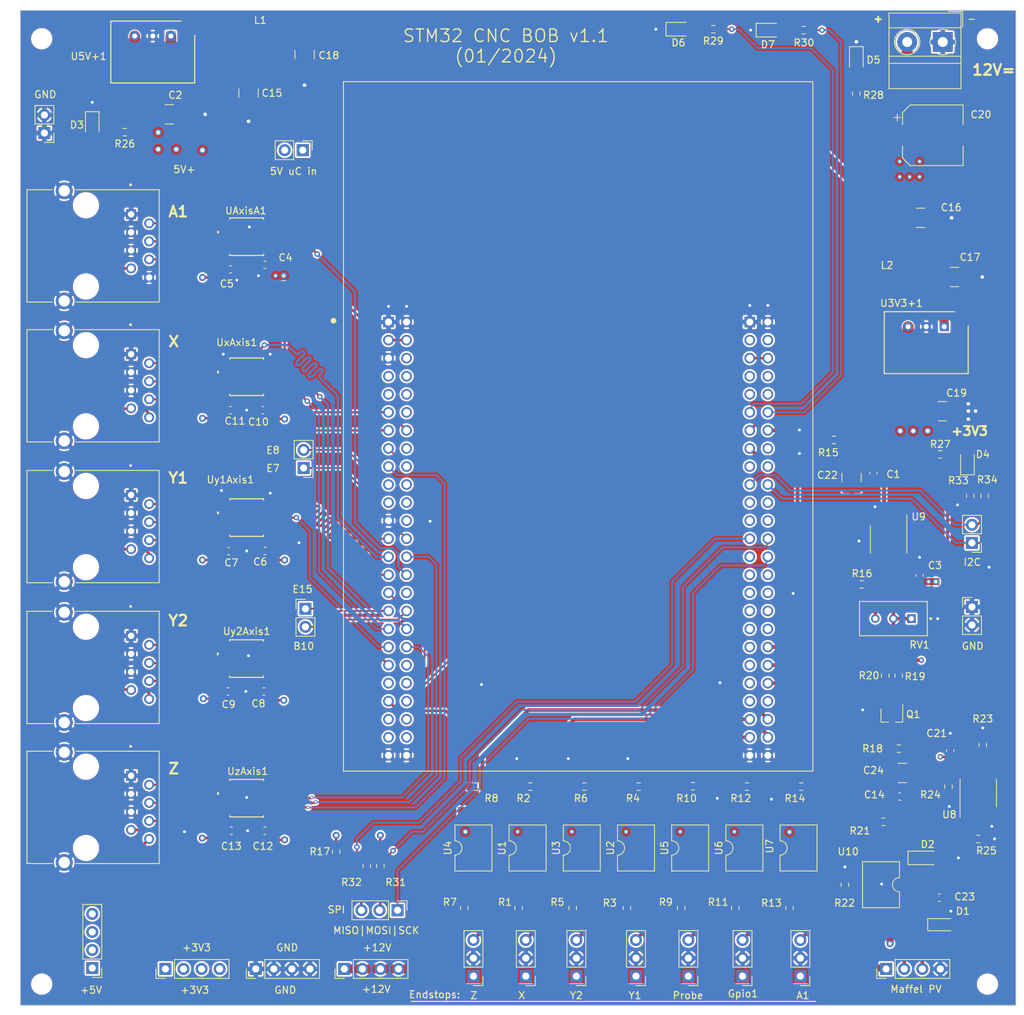
<source format=kicad_pcb>
(kicad_pcb (version 20221018) (generator pcbnew)
  (layers (0 "F.Cu" signal) (1 "In1.Cu" power) (2 "In2.Cu" power) (31 "B.Cu" signal) (34 "B.Paste" user) (35 "F.Paste" user) (36 "B.SilkS" user "B.Silkscreen") (37 "F.SilkS" user "F.Silkscreen") (38 "B.Mask" user) (39 "F.Mask" user) (44 "Edge.Cuts" user))
  (net 0 "")
  (net 1 "Net-(U9A--)")
  (net 2 "Upv_maffel")
  (net 3 "+12V")
  (net 4 "/dirA_")
  (net 5 "/stepA_")
  (net 6 "/enableA_")
  (net 7 "/errorA_+")
  (net 8 "error_stepper")
  (net 9 "Net-(JGpio1-Pin_3)")
  (net 10 "Net-(JlimA1-Pin_3)")
  (net 11 "Net-(JlimX1-Pin_3)")
  (net 12 "Net-(JlimY1-Pin_3)")
  (net 13 "Net-(JlimY2-Pin_3)")
  (net 14 "Net-(JlimZ1-Pin_3)")
  (net 15 "Net-(JProbe1-Pin_3)")
  (net 16 "Uo_overload")
  (net 17 "/dirX_")
  (net 18 "/stepX_")
  (net 19 "/enableX_")
  (net 20 "/dirY1_")
  (net 21 "/stepY1_")
  (net 22 "/enableY1_")
  (net 23 "/dirY2_")
  (net 24 "/stepY2_")
  (net 25 "/enableY2_")
  (net 26 "/errorX_+")
  (net 27 "/errorY1_+")
  (net 28 "/dirZ_")
  (net 29 "/stepZ_")
  (net 30 "/enableZ_")
  (net 31 "/errorY2_+")
  (net 32 "Net-(Q1-C)")
  (net 33 "Net-(R1-Pad2)")
  (net 34 "limitX")
  (net 35 "Net-(R3-Pad2)")
  (net 36 "limitY1")
  (net 37 "Net-(R5-Pad2)")
  (net 38 "limitY2")
  (net 39 "Net-(R7-Pad2)")
  (net 40 "limitZ")
  (net 41 "Net-(R9-Pad2)")
  (net 42 "Probe")
  (net 43 "Net-(R11-Pad2)")
  (net 44 "GPIO1")
  (net 45 "Net-(R13-Pad2)")
  (net 46 "limitA")
  (net 47 "SpindlePWM")
  (net 48 "Net-(U9B--)")
  (net 49 "VDD")
  (net 55 "dirX")
  (net 57 "dirY1")
  (net 58 "dirA")
  (net 59 "dirY2")
  (net 61 "dirZ")
  (net 68 "stepX")
  (net 69 "stepZ")
  (net 70 "stepY1")
  (net 71 "stepA")
  (net 72 "stepY2")
  (net 74 "enableX")
  (net 75 "enableA")
  (net 76 "enableY1")
  (net 77 "enableZ")
  (net 78 "enableY2")
  (net 82 "Net-(Q1-B)")
  (net 87 "+5V")
  (net 88 "+3V3")
  (net 93 "SpindleEnable")
  (net 105 "FeedHold")
  (net 106 "Reset")
  (net 108 "CycleStart")
  (net 114 "Net-(U9A-+)")
  (net 130 "Net-(R20-Pad2)")
  (net 131 "Net-(JPvMaffel1-Pin_1)")
  (net 132 "Net-(R21-Pad2)")
  (net 133 "Net-(U5V+1-+VIN)")
  (net 134 "Net-(U3V3+1-+VIN)")
  (net 135 "/PWM/Vref")
  (net 136 "SpindleOverload")
  (net 137 "Net-(D3-A)")
  (net 138 "Net-(D4-A)")
  (net 139 "Net-(D5-A)")
  (net 140 "Net-(U8A--)")
  (net 141 "Net-(D6-A)")
  (net 142 "Net-(D7-A)")
  (net 143 "LED1")
  (net 144 "LED2")
  (net 145 "SPI_SCK")
  (net 146 "SPI_MOSI")
  (net 147 "SPI_MISO")
  (net 148 "I2C_SCL")
  (net 149 "I2C_SDA")
  (net 150 "GPIO_B10")
  (net 151 "GPIO_E15")
  (net 152 "GPIO_E8")
  (net 153 "GPIO_E7")
  (net 154 "GND")
  (net 155 "Net-(J9_GPIO2-Pin_1)")
  (footprint "Package_TO_SOT_SMD:TSOT-23_HandSoldering" (layer "F.Cu") (at 143.569028 130.185423 -90)
    (fp_text reference "Q1")
    (fp_text value "NPN")
  )
  (footprint "Package_SO:SOIC-8_3.9x4.9mm_P1.27mm" (layer "F.Cu") (at 155.702 141.097 90)
    (fp_text reference "U8")
    (fp_text value "LM358")
  )
  (footprint "Diode_SMD:D_SOD-323_HandSoldering" (layer "F.Cu") (at 150.602 159.639)
    (fp_text reference "D1")
    (fp_text value "D_Zener")
  )
  (footprint "Connector_PinHeader_2.54mm:PinHeader_1x02_P2.54mm_Vertical" (layer "F.Cu") (at 61.087 115.189)
    (fp_text reference "J9_GPIO1" hide)
    (fp_text value "Conn_01x02")
  )
  (footprint "Package_DIP:SMDIP-4_W9.53mm" (layer "F.Cu") (at 92.3297 148.844 90)
    (fp_text reference "U1")
    (fp_text value "LTV-817S")
  )
  (footprint "Resistor_SMD:R_0603_1608Metric_Pad0.98x0.95mm_HandSolder" (layer "F.Cu") (at 135.382 91.44)
    (fp_text reference "R15")
    (fp_text value "R")
  )
  (footprint "Capacitor_SMD:C_0603_1608Metric_Pad1.08x0.95mm_HandSolder" (layer "F.Cu") (at 50.546 87.249)
    (fp_text reference "C11")
    (fp_text value "C")
  )
  (footprint "Connector_PinHeader_2.54mm:PinHeader_1x04_P2.54mm_Vertical" (layer "F.Cu") (at 66.558 165.862 90)
    (fp_text reference "J5" hide)
    (fp_text value "Conn_01x04_Pin")
  )
  (footprint "footprints:TSSOP_QPWRQ1_TEX" (layer "F.Cu") (at 52.832 62.845442 180)
    (fp_text reference "UAxisA1")
    (fp_text value "PTXU0104QPWRQ1" hide)
  )
  (footprint "A-2004-2-4-LPS-N-R_kicad:ASSMANN_A-2004-2-4-LPS-N-R" (layer "F.Cu") (at 30.226 143.129 -90)
    (fp_text reference "JzAxis1" hide)
    (fp_text value "A-2004-2-4-LPS-N-R")
  )
  (footprint "Diode_SMD:D_0805_2012Metric_Pad1.15x1.40mm_HandSolder" (layer "F.Cu") (at 154.178 94.488 90)
    (fp_text reference "D4")
    (fp_text value "LED")
  )
  (footprint "Connector_PinHeader_2.54mm:PinHeader_1x02_P2.54mm_Vertical" (layer "F.Cu") (at 154.813 114.935)
    (fp_text reference "J4" hide)
    (fp_text value "Conn_01x02_Pin")
  )
  (footprint "Resistor_SMD:R_0603_1608Metric_Pad0.98x0.95mm_HandSolder" (layer "F.Cu") (at 118.4395 33.655 180)
    (fp_text reference "R29")
    (fp_text value "R")
  )
  (footprint "Resistor_SMD:R_0603_1608Metric_Pad0.98x0.95mm_HandSolder" (layer "F.Cu") (at 91.0597 157.3015 90)
    (fp_text reference "R1")
    (fp_text value "1k")
  )
  (footprint "A-2004-2-4-LPS-N-R_kicad:ASSMANN_A-2004-2-4-LPS-N-R" (layer "F.Cu") (at 30.226 103.632 -90)
    (fp_text reference "Jy1Axis1" hide)
    (fp_text value "A-2004-2-4-LPS-N-R")
  )
  (footprint "Connector_PinHeader_2.54mm:PinHeader_1x04_P2.54mm_Vertical" (layer "F.Cu") (at 31.115 165.735 180)
    (fp_text reference "J2" hide)
    (fp_text value "Conn_01x04_Pin")
  )
  (footprint "Capacitor_SMD:C_0603_1608Metric_Pad1.08x0.95mm_HandSolder" (layer "F.Cu") (at 50.673 146.431)
    (fp_text reference "C13")
    (fp_text value "C")
  )
  (footprint "Resistor_SMD:R_0603_1608Metric_Pad0.98x0.95mm_HandSolder" (layer "F.Cu") (at 144.505117 124.596723 90)
    (fp_text reference "R19")
    (fp_text value "R")
  )
  (footprint "footprints:IND_S-126-R_RCP" (layer "F.Cu") (at 54.6608 35.7124 180)
    (fp_text reference "L1")
    (fp_text value "L")
  )
  (footprint "Resistor_SMD:R_0603_1608Metric_Pad0.98x0.95mm_HandSolder" (layer "F.Cu") (at 123.19 140.208 180)
    (fp_text reference "R12")
    (fp_text value "4k7")
  )
  (footprint "Capacitor_SMD:C_0603_1608Metric_Pad1.08x0.95mm_HandSolder" (layer "F.Cu") (at 55.245 126.822 180)
    (fp_text reference "C8")
    (fp_text value "C")
  )
  (footprint "Capacitor_SMD:C_0603_1608Metric_Pad1.08x0.95mm_HandSolder" (layer "F.Cu") (at 150.241 155.829)
    (fp_text reference "C23")
    (fp_text value "C")
  )
  (footprint "MountingHole:MountingHole_2.5mm" (layer "F.Cu") (at 157 168)
    (fp_text reference "H3" hide)
    (fp_text value "MountingHole")
  )
  (footprint "Package_DIP:SMDIP-4_W9.53mm" (layer "F.Cu") (at 107.5697 148.844 90)
    (fp_text reference "U2")
    (fp_text value "LTV-817S")
  )
  (footprint "Resistor_SMD:R_0603_1608Metric_Pad0.98x0.95mm_HandSolder" (layer "F.Cu") (at 69.723 151.384 -90)
    (fp_text reference "R32")
    (fp_text value "R")
  )
  (footprint "STM32F4DISCOVERY:MODULE_STM32F4DISCOVERY" (layer "F.Cu") (at 99.441 89.535)
    (fp_text reference "TB1" hide)
    (fp_text value "STM32F4DISCOVERY")
  )
  (footprint "footprints:IND_S-126-R_RCP" (layer "F.Cu") (at 146.05 66.93615 -90)
    (fp_text reference "L2")
    (fp_text value "L")
  )
  (footprint "footprints:TSSOP_QPWRQ1_TEX" (layer "F.Cu") (at 52.832 102.362 180)
    (fp_text reference "Uy1Axis1")
    (fp_text value "PTXU0104QPWRQ1")
  )
  (footprint "Inductor_SMD:L_1210_3225Metric_Pad1.42x2.65mm_HandSolder" (layer "F.Cu") (at 41.9465 45.6295)
    (fp_text reference "C2")
    (fp_text value "10uF 100V MCC")
  )
  (footprint "Inductor_SMD:L_1210_3225Metric_Pad1.42x2.65mm_HandSolder" (layer "F.Cu") (at 53.086 42.6355 -90)
    (fp_text reference "C15")
    (fp_text value "10uF 100V MCC")
  )
  (footprint "Resistor_SMD:R_0603_1608Metric_Pad0.98x0.95mm_HandSolder" (layer "F.Cu") (at 131.1395 33.782 180)
    (fp_text reference "R30")
    (fp_text value "R")
  )
  (footprint "Resistor_SMD:R_0603_1608Metric_Pad0.98x0.95mm_HandSolder" (layer "F.Cu") (at 98.672548 157.289925 90)
    (fp_text reference "R5")
    (fp_text value "1k")
  )
  (footprint "Capacitor_SMD:C_0603_1608Metric_Pad1.08x0.95mm_HandSolder" (layer "F.Cu") (at 147.447 110.49 90)
    (fp_text reference "C3")
    (fp_text value "C")
  )
  (footprint "Resistor_SMD:R_0603_1608Metric_Pad0.98x0.95mm_HandSolder" (layer "F.Cu") (at 139.319 111.76)
    (fp_text reference "R16")
    (fp_text value "R")
  )
  (footprint "Connector_PinHeader_2.54mm:PinHeader_1x03_P2.54mm_Vertical" (layer "F.Cu") (at 74.041 157.607 -90)
    (fp_text reference "J11_SPI1" hide)
    (fp_text value "Conn_01x03")
  )
  (footprint "TerminalBlock_MetzConnect:TerminalBlock_MetzConnect_Type011_RT05502HBWC_1x02_P5.00mm_Horizontal" (layer "F.Cu") (at 150.709 35.453 180)
    (fp_text reference "J1" hide)
    (fp_text value "Conn_01x02")
  )
  (footprint "Resistor_SMD:R_0603_1608Metric_Pad0.98x0.95mm_HandSolder" (layer "F.Cu") (at 113.9197 157.3015 90)
    (fp_text reference "R9")
    (fp_text value "1k")
  )
  (footprint "Capacitor_SMD:C_0603_1608Metric_Pad1.08x0.95mm_HandSolder" (layer "F.Cu") (at 55.372 66.802 180)
    (fp_text reference "C4")
    (fp_text value "C")
  )
  (footprint "Resistor_SMD:R_0603_1608Metric_Pad0.98x0.95mm_HandSolder" (layer "F.Cu") (at 151.511 140.208 90)
    (fp_text reference "R24")
    (fp_text value "2k2")
  )
  (footprint "Capacitor_SMD:CP_Elec_8x10" (layer "F.Cu") (at 149.3149 48.578974)
    (fp_text reference "C20")
    (fp_text value "C_Polarized")
  )
  (footprint "Capacitor_SMD:C_0603_1608Metric_Pad1.08x0.95mm_HandSolder" (layer "F.Cu") (at 144.653 141.605)
    (fp_text reference "C14")
    (fp_text value "C")
  )
  (footprint "Connector_PinHeader_2.54mm:PinHeader_1x03_P2.54mm_Vertical" (layer "F.Cu") (at 130.683 166.878 180)
    (fp_text reference "JlimA1" hide)
    (fp_text value "Conn_01x03_Pin")
  )
  (footprint "Connector_PinHeader_2.54mm:PinHeader_1x03_P2.54mm_Vertical" (layer "F.Cu") (at 92.075 166.878 180)
    (fp_text reference "JlimX1" hide)
    (fp_text value "Conn_01x03_Pin")
  )
  (footprint "Resistor_SMD:R_0603_1608Metric_Pad0.98x0.95mm_HandSolder" (layer "F.Cu") (at 83.4397 157.3015 90)
    (fp_text reference "R7")
    (fp_text value "1k")
  )
  (footprint "Resistor_SMD:R_0603_1608Metric_Pad0.98x0.95mm_HandSolder" (layer "F.Cu") (at 35.687 48.133 180)
    (fp_text reference "R26")
    (fp_text value "R")
  )
  (footprint "Package_DIP:SMDIP-4_W9.53mm" (layer "F.Cu") (at 84.7097 148.844 90)
    (fp_text reference "U4")
    (fp_text value "LTV-817S")
  )
  (footprint "Connector_PinHeader_2.54mm:PinHeader_1x03_P2.54mm_Vertical" (layer "F.Cu") (at 99.187 166.878 180)
    (fp_text reference "JlimY2" hide)
    (fp_text value "Conn_01x03_Pin")
  )
  (footprint "Connector_PinHeader_2.54mm:PinHeader_1x03_P2.54mm_Vertical" (layer "F.Cu") (at 84.709 166.878 180)
    (fp_text reference "JlimZ1" hide)
    (fp_text value "Conn_01x03_Pin")
  )
  (footprint "MountingHole:MountingHole_2.5mm" (layer "F.Cu") (at 24 168)
    (fp_text reference "H2" hide)
    (fp_text value "MountingHole")
  )
  (footprint "Resistor_SMD:R_0603_1608Metric_Pad0.98x0.95mm_HandSolder" (layer "F.Cu") (at 136.95075 154.0145 90)
    (fp_text reference "R22")
    (fp_text value "4k7")
  )
  (footprint "A-2004-2-4-LPS-N-R_kicad:ASSMANN_A-2004-2-4-LPS-N-R" (layer "F.Cu") (at 30.226 83.82 -90)
    (fp_text reference "JxAxis1" hide)
    (fp_text value "A-2004-2-4-LPS-N-R")
  )
  (footprint "Inductor_SMD:L_1210_3225Metric_Pad1.42x2.65mm_HandSolder" (layer "F.Cu") (at 137.8841 96.711686 -90)
    (fp_text reference "C22")
    (fp_text value "10uF")
  )
  (footprint "Capacitor_SMD:C_0603_1608Metric_Pad1.08x0.95mm_HandSolder" (layer "F.Cu") (at 140.97 96.0875 -90)
    (fp_text reference "C1")
    (fp_text value "100n")
  )
  (footprint "Package_DIP:SMDIP-4_W9.53mm" (layer "F.Cu") (at 122.8097 148.844 90)
    (fp_text reference "U6")
    (fp_text value "LTV-817S")
  )
  (footprint "Diode_SMD:D_0805_2012Metric_Pad1.15x1.40mm_HandSolder" (layer "F.Cu") (at 138.557 37.973 -90)
    (fp_text reference "D5")
    (fp_text value "LED")
  )
  (footprint "Inductor_SMD:L_1210_3225Metric_Pad1.42x2.65mm_HandSolder" (layer "F.Cu") (at 145.034 138.303)
    (fp_text reference "C24")
    (fp_text value "10uF")
  )
  (footprint "Diode_SMD:D_0805_2012Metric_Pad1.15x1.40mm_HandSolder" (layer "F.Cu") (at 126.3315 33.782)
    (fp_text reference "D7")
    (fp_text value "LED")
  )
  (footprint "Resistor_SMD:R_0603_1608Metric_Pad0.98x0.95mm_HandSolder" (layer "F.Cu") (at 85.09 140.208 180)
    (fp_text reference "R8")
    (fp_text value "4k7")
  )
  (footprint "Resistor_SMD:R_0603_1608Metric_Pad0.98x0.95mm_HandSolder" (layer "F.Cu") (at 121.5397 157.3015 90)
    (fp_text reference "R11")
    (fp_text value "1k")
  )
  (footprint "MountingHole:MountingHole_2.5mm" (layer "F.Cu") (at 24 35)
    (fp_text reference "H1" hide)
    (fp_text value "MountingHole")
  )
  (footprint "Inductor_SMD:L_1210_3225Metric_Pad1.42x2.65mm_HandSolder" (layer "F.Cu") (at 150.6585 87.4014)
    (fp_text reference "C19")
    (fp_text value "10uF 100V MCC")
  )
  (footprint "Diode_SMD:D_0805_2012Metric_Pad1.15x1.40mm_HandSolder" (layer "F.Cu") (at 113.649 33.655)
    (fp_text reference "D6")
    (fp_text value "LED")
  )
  (footprint "Inductor_SMD:L_1210_3225Metric_Pad1.42x2.65mm_HandSolder" (layer "F.Cu") (at 152.3635 68.51095)
    (fp_text reference "C17")
    (fp_text value "10uF 100V MCC")
  )
  (footprint "Resistor_SMD:R_0603_1608Metric_Pad0.98x0.95mm_HandSolder" (layer "F.Cu") (at 150.368 93.472)
    (fp_text reference "R27")
    (fp_text value "R")
  )
  (footprint "Resistor_SMD:R_0603_1608Metric_Pad0.98x0.95mm_HandSolder" (layer "F.Cu") (at 92.71 140.208 180)
    (fp_text reference "R2")
    (fp_text value "4k7")
  )
  (footprint "Connector_PinHeader_2.54mm:PinHeader_1x04_P2.54mm_Vertical" (layer "F.Cu") (at 41.402 165.862 90)
    (fp_text reference "J3" hide)
    (fp_text value "Conn_01x04_Pin")
  )
  (footprint "Capacitor_SMD:C_0603_1608Metric_Pad1.08x0.95mm_HandSolder" (layer "F.Cu") (at 151.765 135.128 90)
    (fp_text reference "C21")
    (fp_text value "100n")
  )
  (footprint "Resistor_SMD:R_0603_1608Metric_Pad0.98x0.95mm_HandSolder" (layer "F.Cu") (at 156.591 99.314 -90)
    (fp_text reference "R34")
    (fp_text value "R")
  )
  (footprint "Capacitor_SMD:C_0603_1608Metric_Pad1.08x0.95mm_HandSolder" (layer "F.Cu") (at 55.401247 107.062666 180)
    (fp_text reference "C6")
    (fp_text value "C")
  )
  (footprint "Connector_PinHeader_2.54mm:PinHeader_1x03_P2.54mm_Vertical" (layer "F.Cu") (at 114.935 166.878 180)
    (fp_text reference "JProbe1" hide)
    (fp_text value "Conn_01x03_Pin")
  )
  (footprint "Resistor_SMD:R_0603_1608Metric_Pad0.98x0.95mm_HandSolder" (layer "F.Cu") (at 129.1597 157.3015 90)
    (fp_text reference "R13")
    (fp_text value "1k")
  )
  (footprint "Resistor_SMD:R_0603_1608Metric_Pad0.98x0.95mm_HandSolder" (layer "F.Cu") (at 155.702 147.574 180)
    (fp_text reference "R25")
    (fp_text value "R")
  )
  (footprint "footprints:TSSOP_QPWRQ1_TEX" (layer "F.Cu") (at 52.832 82.55 180)
    (fp_text reference "UxAxis1")
    (fp_text value "PTXU0104QPWRQ1")
  )
  (footprint "Resistor_SMD:R_0603_1608Metric_Pad0.98x0.95mm_HandSolder" (layer "F.Cu") (at 142.367 145.161)
    (fp_text reference "R21")
    (fp_text value "1k")
  )
  (footprint "MountingHole:MountingHole_2.5mm" (layer "F.Cu") (at 157 35)
    (fp_text reference "H4" hide)
    (fp_text value "MountingHole")
  )
  (footprint "Resistor_SMD:R_0603_1608Metric_Pad0.98x0.95mm_HandSolder" (layer "F.Cu") (at 71.628 151.384 -90)
    (fp_text reference "R31")
    (fp_text value "R")
  )
  (footprint "Capacitor_SMD:C_0603_1608Metric_Pad1.08x0.95mm_HandSolder" (layer "F.Cu") (at 55.118 87.249 180)
    (fp_text reference "C10")
    (fp_text value "C")
  )
  (footprint "Package_DIP:SMDIP-4_W9.53mm" (layer "F.Cu") (at 99.9497 148.844 90)
    (fp_text reference "U3")
    (fp_text value "LTV-817S")
  )
  (footprint "Inductor_SMD:L_1210_3225Metric_Pad1.42x2.65mm_HandSolder" (layer "F.Cu") (at 147.5877 60.195024)
    (fp_text reference "C16")
    (fp_text value "10uF 100V MCC")
  )
  (footprint "Capacitor_SMD:C_0603_1608Metric_Pad1.08x0.95mm_HandSolder" (layer "F.Cu") (at 50.2165 126.822)
    (fp_text reference "C9")
    (fp_text value "C")
  )
  (footprint "A-2004-2-4-LPS-N-R_kicad:ASSMANN_A-2004-2-4-LPS-N-R" (layer "F.Cu") (at 30.226 123.444 -90)
    (fp_text reference "Jy2Axis1" hide)
    (fp_text value "A-2004-2-4-LPS-N-R")
  )
  (footprint "Diode_SMD:D_0805_2012Metric_Pad1.15x1.40mm_HandSolder" (layer "F.Cu") (at 31.115 47.117 -90)
    (fp_text reference "D3")
    (fp_text value "LED")
  )
  (footprint "Capacitor_SMD:C_0603_1608Metric_Pad1.08x0.95mm_HandSolder" (layer "F.Cu") (at 55.372 146.431 180)
    (fp_text reference "C12")
    (fp_text value "C")
  )
  (footprint "Resistor_SMD:R_0603_1608Metric_Pad0.98x0.95mm_HandSolder" (layer "F.Cu") (at 130.81 140.208 180)
    (fp_text reference "R14")
    (fp_text value "4k7")
  )
  (footprint "Package_DIP:SMDIP-4_W9.53mm" (layer "F.Cu") (at 115.1897 148.844 90)
    (fp_text reference "U5")
    (fp_text value "LTV-817S")
  )
  (footprint "Package_DIP:SMDIP-4_W9.53mm" (layer "F.Cu") (at 142.03075 154.0145 -90)
    (fp_text reference "U10")
    (fp_text value "LTV-817S")
  )
  (footprint "A-2004-2-4-LPS-N-R_kicad:ASSMANN_A-2004-2-4-LPS-N-R" (layer "F.Cu") (at 30.226 64.135 -90)
    (fp_text reference "JAxisA1" hide)
    (fp_text value "A-2004-2-4-LPS-N-R")
  )
  (footprint "Connector_PinHeader_2.54mm:PinHeader_1x02_P2.54mm_Vertical" (layer "F.Cu") (at 154.813 105.918 180)
    (fp_text reference "JI2C1" hide)
    (fp_text value "Conn_01x02")
  )
  (footprint "Connector_PinHeader_2.54mm:PinHeader_1x04_P2.54mm_Vertical" (layer "F.Cu") (at 54.102 165.862 90)
    (fp_text reference "J6" hide)
    (fp_text value "Conn_01x04_Pin")
  )
  (footprint "Package_DIP:SMDIP-4_W9.53mm" (layer "F.Cu") (at 130.4297 148.844 90)
    (fp_text reference "U7")
    (fp_text value "LTV-817S")
  )
  (footprint "Package_SO:SOIC-8_3.9x4.9mm_P1.27mm" (layer "F.Cu") (at 143.091517 105.428882 -90)
    (fp_text reference "U9")
    (fp_text value "LM358")
  )
  (footprint "Package_SIP:SIP3_11.6x8.5mm" (layer "F.Cu") (at 42.164 34.6165 180)
    (fp_text reference "U5V+1")
    (fp_text value "R-78E5.0-1.0")
  )
  (footprint "Package_SIP:SIP3_11.6x8.5mm" (layer "F.Cu") (at 150.922398 75.500537 180)
    (fp_text reference "U3V3+1")
    (fp_text value "R-78E3.3-1.0")
  )
  (footprint "footprints:TSSOP_QPWRQ1_TEX" (layer "F.Cu") (at 52.79955 122.1994 180)
    (fp_text reference "Uy2Axis1")
    (fp_text value "PTXU0104QPWRQ1")
  )
  (footprint "Inductor_SMD:L_1210_3225Metric_Pad1.42x2.65mm_HandSolder" (layer "F.Cu") (at 60.96 37.211 -90)
    (fp_text reference "C18")
    (fp_text value "10uF 100V MCC")
  )
  (footprint "Connector_PinHeader_2.54mm:PinHeader_1x02_P2.54mm_Vertical" (layer "F.Cu") (at 60.833 95.382 180)
    (fp_text reference "J10_GPIO1" hide)
    (fp_text value "Conn_01x02")
  )
  (footprint "Resistor_SMD:R_0603_1608Metric_Pad0.98x0.95mm_HandSolder" (layer "F.Cu") (at 115.57 140.1572 180)
    (fp_text reference "R10")
    (fp_text value "4k7")
  )
  (footprint "Resistor_SMD:R_0603_1608Metric_Pad0.98x0.95mm_HandSolder" (layer "F.Cu") (at 144.526 134.874 180)
    (fp_text reference "R18")
    (fp_text value "R")
  )
  (footprint "Resistor_SMD:R_0603_1608Metric_Pad0.98x0.95mm_HandSolder" (layer "F.Cu") (at 106.2997 157.3015 90)
    (fp_text reference "R3")
    (fp_text value "1k")
  )
  (footprint "Resistor_SMD:R_0603_1608Metric_Pad0.98x0.95mm_HandSolder" (layer "F.Cu") (at 65.405 149.352 -90)
    (fp_text reference "R17")
    (fp_text value "4k7")
  )
  (footprint "Resistor_SMD:R_0603_1608Metric_Pad0.98x0.95mm_HandSolder" (layer "F.Cu") (at 154.559 99.314 -90)
    (fp_text reference "R33")
    (fp_text value "R")
  )
  (footprint "Connector_PinHeader_2.54mm:PinHeader_1x04_P2.54mm_Vertical" (layer "F.Cu") (at 142.748 165.862 90)
    (fp_text reference "JPvMaffel1" hide)
    (fp_text value "Conn_01x04_Pin")
  )
  (footprint "Connector_PinHeader_2.54mm:PinHeader_1x02_P2.54mm_Vertical" (layer "F.Cu") (at 24.384 48.26 180)
    (fp_text reference "J7" hide)
    (fp_text value "Conn_01x02_Pin")
  )
  (footprint "Capacitor_SMD:C_0603_1608Metric_Pad1.08x0.95mm_HandSolder" (layer "F.Cu") (at 50.546 67.437)
    (fp_text reference "C5")
    (fp_text value "C")
  )
  (footprint "Resistor_SMD:R_0603_1608Metric_Pad0.98x0.95mm_HandSolder" (layer "F.Cu") (at 156.337 134.366 -90)
    (fp_text reference "R23")
    (fp_text value "3k3")
  )
  (footprint "Resistor_SMD:R_0603_1608Metric_Pad0.98x0.95mm_HandSolder" (layer "F.Cu") (at 100.33 140.208 180)
    (fp_text reference "R6")
    (fp_text value "4k7")
  )
  (footprint "spindle_poti_3296W_1_332LF:TRIM_3296W-1-332LF" (layer "F.Cu") (at 143.76258 116.575882 180)
    (fp_text reference "RV1")
    (fp_text value "R_Potentiometer")
  )
  (footprint "Capacitor_SMD:C_0603_1608Metric_Pad1.08x0.95mm_HandSolder" (layer "F.Cu") (at 50.292 107.0864)
    (fp_text reference "C7")
    (fp_text value "C")
  )
  (footprint "Resistor_SMD:R_0603_1608Metric_Pad0.98x0.95mm_HandSolder" (layer "F.Cu") (at 138.557 42.7235 90)
    (fp_text reference "R28")
    (fp_text value "R")
  )
  (footprint "Connector_PinHeader_2.54mm:PinHeader_1x03_P2.54mm_Vertical" (layer "F.Cu") (at 107.569 166.878 180)
    (fp_text reference "JlimY1" hide)
    (fp_text value "Conn_01x03_Pin")
  )
  (footprint "Resistor_SMD:R_0603_1608Metric_Pad0.98x0.95mm_HandSolder" (layer "F.Cu") (at 142.621 124.596723 90)
    (fp_text reference "R20")
    (fp_text value "R")
  )
  (footprint "Connector_PinHeader_2.54mm:PinHeader_1x03_P2.54mm_Vertical" (layer "F.Cu") (at 122.555 166.878 180)
    (fp_text reference "JGpio1" hide)
    (fp_text value "Conn_01x03_Pin")
  )
  (footprint "footprints:TSSOP_QPWRQ1_TEX" (layer "F.Cu") (at 52.832 141.839442 180)
    (fp_text reference "UzAxis1")
    (fp_text value "PTXU0104QPWRQ1")
  )
  (footprint "Connector_PinHeader_2.54mm:PinHeader_1x02_P2.54mm_Vertical" (layer "F.Cu") (at 60.711 50.673 -90)
    (fp_text reference "J9_GPIO2" hide)
    (fp_text value "Conn_01x02")
  )
  (footprint "Diode_SMD:Nexperia_CFP3_SOD-123W" (layer "F.Cu") (at 148.085 150.241)
    (fp_text reference "D2")
    (fp_text value "D_Zener")
  )
  (footprint "Resistor_SMD:R_0603_1608Metric_Pad0.98x0.95mm_HandSolder" (layer "F.Cu") (at 107.95 140.208 180)
    (fp_text reference "R4")
    (fp_text value "4k7")
  )
  (gr_line (start 75.946 170.434) (end 132.842 170.434) (stroke (width 0.15)) (layer "F.SilkS"))
  (gr_rect (start 21 31) (end 161 171) (stroke (width 0.1)) (fill none) (layer "Edge.Cuts"))
  (gr_text "X" (at 41.656 78.486) (layer "F.SilkS") (effects (font (size 1.5 1.5) (thickness 0.3) bold) (justify left bottom)))
  (gr_text "12V=" (at 154.686 40.259) (layer "F.SilkS") (effects (font (size 1.5 1.5) (thickness 0.3) bold) (justify left bottom)))
  (gr_text "Z" (at 84.201 170.18) (layer "F.SilkS") (effects (font (size 1 1)) (justify left bottom)))
  (gr_text "E7" (at 55.499 96.012) (layer "F.SilkS") (effects (font (size 1 1)) (justify left bottom)))
  (gr_text "-" (at 154.051 32.766) (layer "F.SilkS") (effects (font (size 1 1)) (justify left bottom)))
  (gr_text "Probe" (at 112.649 170.18) (layer "F.SilkS") (effects (font (size 1 1)) (justify left bottom)))
  (gr_text "+12V" (at 69.088 163.449) (layer "F.SilkS") (effects (font (size 1 1)) (justify left bottom)))
  (gr_text "+12V" (at 68.961 169.291) (layer "F.SilkS") (effects (font (size 1 1)) (justify left bottom)))
  (gr_text "GND" (at 22.86 43.434) (layer "F.SilkS") (effects (font (size 1.016 1.016) (thickness 0.1524)) (justify left bottom)))
  (gr_text "SPI" (at 64.135 158.115) (layer "F.SilkS") (effects (font (size 1 1)) (justify left bottom)))
  (gr_text "GND" (at 56.642 169.418) (layer "F.SilkS") (effects (font (size 1 1)) (justify left bottom)))
  (gr_text "Y2" (at 41.656 117.729) (layer "F.SilkS") (effects (font (size 1.5 1.5) (thickness 0.3) bold) (justify left bottom)))
  (gr_text "5V+" (at 42.418 53.975) (layer "F.SilkS") (effects (font (size 1.016 1.016) (thickness 0.1524)) (justify left bottom)))
  (gr_text "5V uC in" (at 56.007 54.229) (layer "F.SilkS") (effects (font (size 1 1)) (justify left bottom)))
  (gr_text "GND" (at 56.896 163.449) (layer "F.SilkS") (effects (font (size 1 1)) (justify left bottom)))
  (gr_text "Z" (at 41.656 138.557) (layer "F.SilkS") (effects (font (size 1.5 1.5) (thickness 0.3) bold) (justify left bottom)))
  (gr_text "+3V3" (at 43.434 169.418) (layer "F.SilkS") (effects (font (size 1 1)) (justify left bottom)))
  (gr_text "STM32 CNC BOB v1.1\n(01/2024)" (at 89.281 38.481) (layer "F.SilkS") (effects (font (size 1.778 1.778) (thickness 0.1778)) (justify bottom)))
  (gr_text "A1" (at 41.656 60.198) (layer "F.SilkS") (effects (font (size 1.5 1.5) (thickness 0.3) bold) (justify left bottom)))
  (gr_text "+3V3" (at 43.688 163.449) (layer "F.SilkS") (effects (font (size 1 1)) (justify left bottom)))
  (gr_text "B10" (at 59.309 121.031) (layer "F.SilkS") (effects (font (size 1 1)) (justify left bottom)))
  (gr_text "Endstops:" (at 75.565 170.053) (layer "F.SilkS") (effects (font (size 1 1)) (justify left bottom)))
  (gr_text "Y1" (at 41.656 97.663) (layer "F.SilkS") (effects (font (size 1.5 1.5) (thickness 0.3) bold) (justify left bottom)))
  (gr_text "E8" (at 55.499 93.472) (layer "F.SilkS") (effects (font (size 1 1)) (justify left bottom)))
  (gr_text "+3V3" (at 151.765 90.932) (layer "F.SilkS") (effects (font (size 1.27 1.27) (thickness 0.2794) bold) (justify left bottom)))
  (gr_text "+" (at 140.843 32.766) (layer "F.SilkS") (effects (font (size 1 1) (thickness 0.25) bold) (justify left bottom)))
  (gr_text "Maffel PV" (at 143.256 169.291) (layer "F.SilkS") (effects (font (size 1 1)) (justify left bottom)))
  (gr_text "I2C" (at 153.543 109.22) (layer "F.SilkS") (effects (font (size 1 1)) (justify left bottom)))
  (gr_text "A1" (at 130.048 170.18) (layer "F.SilkS") (effects (font (size 1 1)) (justify left bottom)))
  (gr_text "MISO|MOSI|SCK" (at 64.897 161.036) (layer "F.SilkS") (effects (font (size 1 1)) (justify left bottom)))
  (gr_text "Gpio1" (at 120.396 169.926) (layer "F.SilkS") (effects (font (size 1 1)) (justify left bottom)))
  (gr_text "GND" (at 153.289 121.031) (layer "F.SilkS") (effects (font (size 1 1)) (justify left bottom)))
  (gr_text "+5V" (at 29.337 169.418) (layer "F.SilkS") (effects (font (size 1 1)) (justify left bottom)))
  (gr_text "X" (at 90.932 170.18) (layer "F.SilkS") (effects (font (size 1 1)) (justify left bottom)))
  (gr_text "Y1" (at 106.426 170.18) (layer "F.SilkS") (effects (font (size 1 1)) (justify left bottom)))
  (gr_text "Y2" (at 98.171 170.18) (layer "F.SilkS") (effects (font (size 1 1)) (justify left bottom)))
  (gr_text "E15" (at 59.182 113.03) (layer "F.SilkS") (effects (font (size 1 1)) (justify left bottom)))
  (segment (start 141.186517 106.336483) (end 141.986 105.537) (width 0.381) (layer "F.Cu") (net 1))
  (segment (start 143.726517 102.953882) (end 144.996517 102.953882) (width 0.381) (layer "F.Cu") (net 1))
  (segment (start 141.986 105.537) (end 143.129 105.537) (width 0.381) (layer "F.Cu") (net 1))
  (segment (start 143.764 102.991365) (end 143.726517 102.953882) (width 0.381) (layer "F.Cu") (net 1))
  (segment (start 141.186517 107.903882) (end 141.186517 106.336483) (width 0.381) (layer "F.Cu") (net 1))
  (segment (start 143.129 105.537) (end 143.764 104.902) (width 0.381) (layer "F.Cu") (net 1))
  (segment (start 143.764 104.902) (end 143.764 102.991365) (width 0.381) (layer "F.Cu") (net 1))
  (segment (start 143.5465 138.303) (end 143.557965 138.291535) (width 0.508) (layer "F.Cu") (net 2))
  (segment (start 143.569028 135.047565) (end 143.569028 131.895423) (width 0.508) (layer "F.Cu") (net 2))
  (segment (start 145.288 163.576) (end 146.685 162.179) (width 0.508) (layer "F.Cu") (net 2))
  (segment (start 143.7905 141.605) (end 143.7905 143.0285) (width 0.508) (layer "F.Cu") (net 2))
  (segment (start 146.685 145.923) (end 144.018 143.256) (width 0.508) (layer "F.Cu") (net 2))
  (segment (start 143.557965 135.058628) (end 143.569028 135.047565) (width 0.508) (layer "F.Cu") (net 2))
  (segment (start 145.288 165.862) (end 145.288 163.576) (width 0.508) (layer "F.Cu") (net 2))
  (segment (start 143.7905 140.6155) (end 143.5465 140.3715) (width 0.508) (layer "F.Cu") (net 2))
  (segment (start 143.5465 140.3715) (end 143.5465 138.303) (width 0.508) (layer "F.Cu") (net 2))
  (segment (start 143.557965 138.291535) (end 143.557965 135.058628) (width 0.508) (layer "F.Cu") (net 2))
  (segment (start 143.7905 143.0285) (end 144.018 143.256) (width 0.508) (layer "F.Cu") (net 2))
  (segment (start 146.685 162.179) (end 146.685 145.923) (width 0.508) (layer "F.Cu") (net 2))
  (segment (start 143.7905 141.605) (end 143.7905 140.6155) (width 0.508) (layer "F.Cu") (net 2))
  (segment (start 104.14 166.817) (end 107.5697 166.817) (width 0.508) (layer "F.Cu") (net 3))
  (segment (start 104.3432 166.817) (end 99.1877 166.817) (width 1.27) (layer "F.Cu") (net 3))
  (segment (start 112.4484 158.214) (end 111.6584 159.004) (width 0.508) (layer "F.Cu") (net 3))
  (segment (start 74.178 165.862) (end 81.407 165.862) (width 1.27) (layer "F.Cu") (net 3))
  (segment (start 144.505117 122.956883) (end 145.034 122.428) (width 0.508) (layer "F.Cu") (net 3))
  (segment (start 91.0597 158.214) (end 90.071 158.214) (width 0.381) (layer "F.Cu") (net 3))
  (segment (start 74.158 165.862) (end 71.618 165.862) (width 1.27) (layer "F.Cu") (net 3))
  (segment (start 127.7112 166.817) (end 122.5557 166.817) (width 1.27) (layer "F.Cu") (net 3))
  (segment (start 119.8372 166.817) (end 114.9357 166.817) (width 1.27) (layer "F.Cu") (net 3))
  (segment (start 119.2784 166.817) (end 122.5557 166.817) (width 1.27) (layer "F.Cu") (net 3))
  (segment (start 127.0508 166.7662) (end 127 166.817) (width 0.508) (layer "F.Cu") (net 3))
  (segment (start 88.6968 159.5882) (end 88.6968 166.6138) (width 0.381) (layer "F.Cu") (net 3))
  (segment (start 122.5557 166.817) (end 119.8372 166.817) (width 0.508) (layer "F.Cu") (net 3))
  (segment (start 104.8792 158.214) (end 104.14 158.9532) (width 0.508) (layer "F.Cu") (net 3))
  (segment (start 82.1208 158.214) (end 81.28 159.0548) (width 0.381) (layer "F.Cu") (net 3))
  (segment (start 127 166.817) (end 130.6837 166.817) (width 1.27) (layer "F.Cu") (net 3))
  (segment (start 146.304 111.379) (end 144.996517 110.071517) (width 0.508) (layer "F.Cu") (net 3))
  (segment (start 81.28 159.0548) (end 81.28 165.735) (width 0.381) (layer "F.Cu") (net 3))
  (segment (start 146.0649 48.578974) (end 146.0649 43.1149) (width 1.524) (layer "F.Cu") (net 3))
  (segment (start 129.1597 158.214) (end 127.8916 158.214) (width 0.508) (layer "F.Cu") (net 3))
  (segment (start 127.508 44.577) (end 75.565 44.577) (width 1.27) (layer "F.Cu") (net 3))
  (segment (start 111.9632 166.817) (end 107.5697 166.817) (width 1.27) (layer "F.Cu") (net 3))
  (segment (start 146.0649 43.1149) (end 145.709 42.759) (width 1.524) (layer "F.Cu") (net 3))
  (segment (start 146.1002 60.195024) (end 146.1002 54.928974) (width 1.27) (layer "F.Cu") (net 3))
  (segment (start 145.034 122.428) (end 147.701 122.428) (width 0.508) (layer "F.Cu") (net 3))
  (segment (start 114.9357 166.817) (end 111.9632 166.817) (width 1.27) (layer "F.Cu") (net 3))
  (segment (start 84.77 166.817) (end 84.709 166.878) (width 1.27) (layer "F.Cu") (net 3))
  (segment (start 96.661175 158.202425) (end 95.758 159.1056) (width 0.508) (layer "F.Cu") (net 3))
  (segment (start 119.2784 159.0548) (end 119.2784 166.817) (width 0.508) (layer "F.Cu") (net 3))
  (segment (start 106.2997 158.214) (end 104.8792 158.214) (width 0.508) (layer "F.Cu") (net 3))
  (segment (start 146.1002 48.614274) (end 146.0649 48.578974) (width 1.27) (layer "F.Cu") (net 3))
  (segment (start 144.505117 123.684223) (end 144.505117 122.956883) (width 0.508) (layer "F.Cu") (net 3))
  (segment (start 83.4397 158.214) (end 82.1208 158.214) (width 0.381) (layer "F.Cu") (net 3))
  (segment (start 69.078 165.862) (end 66.538 165.862) (width 1.27) (layer "F.Cu") (net 3))
  (segment (start 138.557 43.636) (end 138.557 46.863) (width 0.381) (layer "F.Cu") (net 3))
  (segment (start 98.672548 158.202425) (end 96.661175 158.202425) (width 0.508) (layer "F.Cu") (net 3))
  (segment (start 90.071 158.214) (end 88.6968 159.5882) (width 0.381) (layer "F.Cu") (net 3))
  (segment (start 99.1877 166.817) (end 84.77 166.817) (width 1.27) (layer "F.Cu") (net 3))
  (segment (start 143.30075 158.7795) (end 143.30075 162.26125) (width 1.016) (layer "F.Cu") (net 3))
  (segment (start 107.5697 166.817) (end 104.3432 166.817) (width 1.27) (layer "F.Cu") (net 3))
  (segment (start 120.1192 158.214) (end 119.2784 159.0548) (width 0.508) (layer "F.Cu") (net 3))
  (segment (start 144.996517 110.071517) (end 144.996517 107.903882) (width 0.508) (layer "F.Cu") (net 3))
  (segment (start 111.6584 159.004) (end 111.6584 166.5122) (width 0.508) (layer "F.Cu") (net 3))
  (segment (start 104.14 158.9532) (end 104.14 166.817) (width 0.508) (layer "F.Cu") (net 3))
  (segment (start 81.407 165.862) (end 82.423 166.878) (width 1.27) (layer "F.Cu") (net 3))
  (segment (start 75.565 44.577) (end 66.7115 35.7235) (width 1.27) (layer "F.Cu") (net 3))
  (segment (start 88.6968 166.6138) (end 88.9 166.817) (width 0.381) (layer "F.Cu") (net 3))
  (segment (start 66.7115 35.7235) (end 60.96 35.7235) (width 1.27) (layer "F.Cu") (net 3))
  (segment (start 145.709 35.453) (end 145.709 42.759) (width 1.524) (layer "F.Cu") (net 3))
  (segment (start 127.0508 159.0548) (end 127.0508 166.7662) (width 0.508) (layer "F.Cu") (net 3))
  (segment (start 113.9197 158.214) (end 112.4484 158.214) (width 0.508) (layer "F.Cu") (net 3))
  (segment (start 140.272974 48.578974) (end 146.0649 48.578974) (width 0.381) (layer "F.Cu") (net 3))
  (segment (start 146.1002 54.928974) (end 146.1002 48.614274) (width 1.524) (layer "F.Cu") (net 3))
  (segment (start 137.351974 54.420974) (end 127.508 44.577) (width 1.27) (layer "F.Cu") (net 3))
  (segment (start 95.758 159.1056) (end 95.758 166.817) (width 0.508) (layer "F.Cu") (net 3))
  (segment (start 146.05 65.36135) (end 146.05 60.36865) (width 1.27) (layer "F.Cu") (net 3))
  (segment (start 82.423 166.878) (end 84.709 166.878) (width 1.27) (layer "F.Cu") (net 3))
  (segment (start 81.28 165.735) (end 81.407 165.862) (width 0.381) (layer "F.Cu") (net 3))
  (segment (start 148.717 111.379) (end 146.304 111.379) (width 0.508) (layer "F.Cu") (net 3))
  (segment (start 138.557 46.863) (end 140.272974 48.578974) (width 0.381) (layer "F.Cu") (net 3))
  (segment (start 130.6837 166.817) (end 127.7112 166.817) (width 0.508) (layer "F.Cu") (net 3))
  (segment (start 60.96 35.7235) (end 56.2467 35.7235) (width 1.27) (layer "F.Cu") (net 3))
  (segment (start 127.8916 158.214) (end 127.0508 159.0548) (width 0.508) (layer "F.Cu") (net 3))
  (segment (start 71.618 165.862) (end 69.078 165.862) (width 1.27) (layer "F.Cu") (net 3))
  (segment (start 111.6584 166.5122) (end 111.9632 166.817) (width 0.508) (layer "F.Cu") (net 3))
  (segment (start 56.2467 35.7235) (end 56.2356 35.7124) (width 1.27) (layer "F.Cu") (net 3))
  (segment (start 146.05 54.420974) (end 137.351974 54.420974) (width 1.27) (layer "F.Cu") (net 3))
  (segment (start 121.5397 158.214) (end 120.1192 158.214) (width 0.508) (layer "F.Cu") (net 3))
  (segment (start 95.758 166.817) (end 99.1877 166.817) (width 0.508) (layer "F.Cu") (net 3))
  (via (at 143.299058 162.306661) (size 1) (drill 0.5) (layers "F.Cu" "B.Cu") (net 3))
  (via (at 147.701 122.428) (size 0.8) (drill 0.4) (layers "F.Cu" "B.Cu") (net 3))
  (via (at 146.05 54.420974) (size 0.8) (drill 0.4) (layers "F.Cu" "B.Cu") (net 3))
  (via (at 144.653 52.261974) (size 0.8) (drill 0.4) (layers "F.Cu" "B.Cu") (net 3))
  (via (at 148.717 111.379) (size 0.8) (drill 0.4) (layers "F.Cu" "B.Cu") (net 3))
  (via (at 144.653 54.420974) (size 0.8) (drill 0.4) (layers "F.Cu" "B.Cu") (net 3))
  (via (at 149.733 111.379) (size 1) (drill 0.5) (layers "F.Cu" "B.Cu") (net 3))
  (via (at 147.447 54.420974) (size 0.8) (drill 0.4) (layers "F.Cu" "B.Cu") (net 3))
  (via (at 147.447 52.261974) (size 0.8) (drill 0.4) (layers "F.Cu" "B.Cu") (net 3))
  (segment (start 49.87925 64.145414) (end 45.328586 64.145414) (width 0.3302) (layer "F.Cu") (net 4))
  (segment (start 45.328586 64.145414) (end 43.434 66.04) (width 0.3302) (layer "F.Cu") (net 4))
  (segment (start 43.434 66.04) (end 39.122 66.04) (width 0.3302) (layer "F.Cu") (net 4))
  (segment (start 39.122 66.04) (end 39.116 66.034) (width 0.3302) (layer "F.Cu") (net 4))
  (segment (start 39.116 63.5) (end 49.874678 63.5) (width 0.3302) (layer "F.Cu") (net 5))
  (segment (start 49.874678 63.5) (end 49.87925 63.495428) (width 0.3302) (layer "F.Cu") (net 5))
  (segment (start 45.370242 62.845442) (end 43.4788 60.954) (width 0.3302) (layer "F.Cu") (net 6))
  (segment (start 42.666 60.954) (end 39.116 60.954) (width 0.3302) (layer "F.Cu") (net 6))
  (segment (start 49.87925 62.845442) (end 45.370242 62.845442) (width 0.3302) (layer "F.Cu") (net 6))
  (segment (start 43.4788 60.954) (end 42.666 60.954) (width 0.3302) (layer "F.Cu") (net 6))
  (segment (start 34.671 84.963) (end 34.671 68.199) (width 0.381) (layer "F.Cu") (net 7))
  (segment (start 35.566 67.304) (end 36.576 67.304) (width 0.381) (layer "F.Cu") (net 7))
  (segment (start 34.671 68.199) (end 35.566 67.304) (width 0.381) (layer "F.Cu") (net 7))
  (segment (start 39.116 88.324) (end 39.116 87.757) (width 0.381) (layer "F.Cu") (net 7))
  (segment (start 39.116 87.757) (end 37.211 85.852) (width 0.381) (layer "F.Cu") (net 7))
  (segment (start 35.56 85.852) (end 34.671 84.963) (width 0.381) (layer "F.Cu") (net 7))
  (segment (start 37.211 85.852) (end 35.56 85.852) (width 0.381) (layer "F.Cu") (net 7))
  (segment (start 68.961 144.272) (end 67.437 145.796) (width 0.381) (layer "F.Cu") (net 8))
  (segment (start 80.772 129.54) (end 81.915 130.683) (width 0.381) (layer "F.Cu") (net 8))
  (segment (start 76.835 144.272) (end 68.961 144.272) (width 0.381) (layer "F.Cu") (net 8))
  (segment (start 72.771 128.195) (end 74.116 129.54) (width 0.381) (layer "F.Cu") (net 8))
  (segment (start 81.915 130.683) (end 81.915 139.192) (width 0.381) (layer "F.Cu") (net 8))
  (segment (start 44.7275 150.2645) (end 40.767 146.304) (width 0.381) (layer "F.Cu") (net 8))
  (segment (start 67.437 149.225) (end 66.3975 150.2645) (width 0.381) (layer "F.Cu") (net 8))
  (segment (start 81.915 139.192) (end 76.835 144.272) (width 0.381) (layer "F.Cu") (net 8))
  (segment (start 74.116 129.54) (end 80.772 129.54) (width 0.381) (layer "F.Cu") (net 8))
  (segment (start 66.3975 150.2645) (end 44.7275 150.2645) (width 0.381) (layer "F.Cu") (net 8))
  (segment (start 67.437 145.796) (end 67.437 149.225) (width 0.381) (layer "F.Cu") (net 8))
  (segment (start 40.767 146.304) (end 36.576 146.304) (width 0.381) (layer "F.Cu") (net 8))
  (segment (start 124.0797 153.609) (end 124.0797 160.213) (width 0.508) (layer "F.Cu") (net 9))
  (segment (start 124.0797 160.213) (end 122.5557 161.737) (width 0.508) (layer "F.Cu") (net 9))
  (segment (start 131.6997 160.721) (end 131.6997 153.609) (width 0.508) (layer "F.Cu") (net 10))
  (segment (start 130.6837 161.737) (end 131.6997 160.721) (width 0.508) (layer "F.Cu") (net 10))
  (segment (start 93.5997 160.213) (end 92.0757 161.737) (width 0.508) (layer "F.Cu") (net 11))
  (segment (start 93.5997 153.609) (end 93.5997 160.213) (width 0.508) (layer "F.Cu") (net 11))
  (segment (start 108.8397 160.467) (end 107.5697 161.737) (width 0.508) (layer "F.Cu") (net 12))
  (segment (start 108.8397 153.609) (end 108.8397 160.467) (width 0.508) (layer "F.Cu") (net 12))
  (segment (start 101.2197 153.609) (end 101.2197 159.705) (width 0.508) (layer "F.Cu") (net 13))
  (segment (start 101.2197 159.705) (end 99.1877 161.737) (width 0.508) (layer "F.Cu") (net 13))
  (segment (start 85.9797 160.467) (end 84.7097 161.737) (width 0.508) (layer "F.Cu") (net 14))
  (segment (start 85.9797 153.609) (end 85.9797 160.467) (width 0.508) (layer "F.Cu") (net 14))
  (segment (start 116.4597 153.609) (end 116.4597 160.213) (width 0.508) (layer "F.Cu") (net 15))
  (segment (start 116.4597 160.213) (end 114.9357 161.737) (width 0.508) (layer "F.Cu") (net 15))
  (segment (start 147.828 165.862) (end 147.828 163.83) (width 0.508) (layer "F.Cu") (net 16))
  (segment (start 147.828 163.83) (end 149.352 162.306) (width 0.508) (layer "F.Cu") (net 16))
  (segment (start 149.352 159.639) (end 149.352 154.686) (width 0.508) (layer "F.Cu") (net 16))
  (segment (start 154.7895 151.7885) (end 154.7895 147.574) (width 0.508) (layer "F.Cu") (net 16))
  (segment (start 156.337 143.572) (end 156.337 145.415) (width 0.508) (layer "F.Cu") (net 16))
  (segment (start 149.352 154.686) (end 151.13 152.908) (width 0.508) (layer "F.Cu") (net 16))
  (segment (start 153.67 152.908) (end 154.7895 151.7885) (width 0.508) (layer "F.Cu") (net 16))
  (segment (start 156.337 145.415) (end 155.854 145.898) (width 0.508) (layer "F.Cu") (net 16))
  (segment (start 151.13 152.908) (end 153.67 152.908) (width 0.508) (layer "F.Cu") (net 16))
  (segment (start 154.7895 147.574) (end 154.7895 146.9625) (width 0.508) (layer "F.Cu") (net 16))
  (segment (start 154.7895 146.9625) (end 155.854 145.898) (width 0.508) (layer "F.Cu") (net 16))
  (segment (start 149.352 162.306) (end 149.352 159.639) (width 0.508) (layer "F.Cu") (net 16))
  (segment (start 49.87925 83.849972) (end 45.461428 83.849972) (width 0.3302) (layer "F.Cu") (net 17))
  (segment (start 43.5864 85.725) (end 39.116 85.725) (width 0.3302) (layer "F.Cu") (net 17))
  (segment (start 45.461428 83.849972) (end 43.5864 85.725) (width 0.3302) (layer "F.Cu") (net 17))
  (segment (start 39.130986 83.199986) (end 39.116 83.185) (width 0.3302) (layer "F.Cu") (net 18))
  (segment (start 49.87925 83.199986) (end 39.130986 83.199986) (width 0.3302) (layer "F.Cu") (net 18))
  (segment (start 45.5168 82.55) (end 43.6118 80.645) (width 0.3302) (layer "F.Cu") (net 19))
  (segment (start 49.87925 82.55) (end 45.5168 82.55) (width 0.3302) (layer "F.Cu") (net 19))
  (segment (start 43.6118 80.645) (end 39.116 80.645) (width 0.3302) (layer "F.Cu") (net 19))
  (segment (start 45.537628 103.661972) (end 49.87925 103.661972) (width 0.3302) (layer "F.Cu") (net 20))
  (segment (start 39.116 105.537) (end 43.6626 105.537) (width 0.3302) (layer "F.Cu") (net 20))
  (segment (start 43.6626 105.537) (end 45.537628 103.661972) (width 0.3302) (layer "F.Cu") (net 20))
  (segment (start 39.130986 103.011986) (end 39.116 102.997) (width 0.3302) (layer "F.Cu") (net 21))
  (segment (start 49.87925 103.011986) (end 39.130986 103.011986) (width 0.3302) (layer "F.Cu") (net 21))
  (segment (start 39.116 100.457) (end 43.6626 100.457) (width 0.3302) (layer "F.Cu") (net 22))
  (segment (start 43.6626 100.457) (end 45.5676 102.362) (width 0.3302) (layer "F.Cu") (net 22))
  (segment (start 45.5676 102.362) (end 49.87925 102.362) (width 0.3302) (layer "F.Cu") (net 22))
  (segment (start 49.8468 123.499372) (end 45.359828 123.499372) (width 0.3302) (layer "F.Cu") (net 23))
  (segment (start 43.5102 125.349) (end 39.116 125.349) (width 0.3302) (layer "F.Cu") (net 23))
  (segment (start 45.359828 123.499372) (end 43.5102 125.349) (width 0.3302) (layer "F.Cu") (net 23))
  (segment (start 39.156386 122.849386) (end 39.116 122.809) (width 0.3302) (layer "F.Cu") (net 24))
  (segment (start 49.8468 122.849386) (end 39.156386 122.849386) (width 0.3302) (layer "F.Cu") (net 24))
  (segment (start 45.5422 122.1994) (end 49.8468 122.1994) (width 0.3302) (layer "F.Cu") (net 25))
  (segment (start 39.116 120.269) (end 43.6118 120.269) (width 0.3302) (layer "F.Cu") (net 25))
  (segment (start 43.6118 120.269) (end 45.5422 122.1994) (width 0.3302) (layer "F.Cu") (net 25))
  (segment (start 34.671 104.648) (end 34.671 87.757) (width 0.381) (layer "F.Cu") (net 26))
  (segment (start 35.56 105.537) (end 34.671 104.648) (width 0.381) (layer "F.Cu") (net 26))
  (segment (start 39.116 108.074) (end 39.116 107.442) (width 0.381) (layer "F.Cu") (net 26))
  (segment (start 34.671 87.757) (end 35.374 87.054) (width 0.381) (layer "F.Cu") (net 26))
  (segment (start 39.116 107.442) (end 37.211 105.537) (width 0.381) (layer "F.Cu") (net 26))
  (segment (start 35.374 87.054) (end 36.576 87.054) (width 0.381) (layer "F.Cu") (net 26))
  (segment (start 37.211 105.537) (end 35.56 105.537) (width 0.381) (layer "F.Cu") (net 26))
  (segment (start 39.116 127.824) (end 39.116 127.127) (width 0.381) (layer "F.Cu") (net 27))
  (segment (start 35.436 106.804) (end 36.576 106.804) (width 0.381) (layer "F.Cu") (net 27))
  (segment (start 35.433 125.349) (end 34.417 124.333) (width 0.381) (layer "F.Cu") (net 27))
  (segment (start 34.417 124.333) (end 34.417 107.823) (width 0.381) (layer "F.Cu") (net 27))
  (segment (start 39.116 127.127) (end 37.338 125.349) (width 0.381) (layer "F.Cu") (net 27))
  (segment (start 34.417 107.823) (end 35.436 106.804) (width 0.381) (layer "F.Cu") (net 27))
  (segment (start 37.338 125.349) (end 35.433 125.349) (width 0.381) (layer "F.Cu") (net 27))
  (segment (start 45.531786 143.139414) (end 49.87925 143.139414) (width 0.3302) (layer "F.Cu") (net 28))
  (segment (start 39.116 145.034) (end 43.6372 145.034) (width 0.3302) (layer "F.Cu") (net 28))
  (segment (start 43.6372 145.034) (end 45.531786 143.139414) (width 0.3302) (layer "F.Cu") (net 28))
  (segment (start 49.87925 142.489428) (end 39.120572 142.489428) (width 0.3302) (layer "F.Cu") (net 29))
  (segment (start 39.120572 142.489428) (end 39.116 142.494) (width 0.3302) (layer "F.Cu") (net 29))
  (segment (start 45.573442 141.839442) (end 49.87925 141.839442) (width 0.3302) (layer "F.Cu") (net 30))
  (segment (start 39.116 139.954) (end 43.688 139.954) (width 0.3302) (layer "F.Cu") (net 30))
  (segment (start 43.688 139.954) (end 45.573442 141.839442) (width 0.3302) (layer "F.Cu") (net 30))
  (segment (start 34.544 147.447) (end 34.544 127.508) (width 0.381) (layer "F.Cu") (net 31))
  (segment (start 35.498 126.554) (end 36.576 126.554) (width 0.381) (layer "F.Cu") (net 31))
  (segment (start 34.544 127.508) (end 35.498 126.554) (width 0.381) (layer "F.Cu") (net 31))
  (segment (start 39.116 147.574) (end 38.227 148.463) (width 0.381) (layer "F.Cu") (net 31))
  (segment (start 35.56 148.463) (end 34.544 147.447) (width 0.381) (layer "F.Cu") (net 31))
  (segment (start 38.227 148.463) (end 35.56 148.463) (width 0.381) (layer "F.Cu") (net 31))
  (segment (start 144.519028 128.475423) (end 144.519028 125.523134) (width 0.381) (layer "F.Cu") (net 32))
  (segment (start 144.519028 125.523134) (end 144.505117 125.509223) (width 0.381) (layer "F.Cu") (net 32))
  (segment (start 91.0597 156.389) (end 91.0597 153.609) (width 0.508) (layer "F.Cu") (net 33))
  (segment (start 98.881 130.735) (end 123.571 130.735) (width 0.508) (layer "F.Cu") (net 34))
  (segment (start 93.5997 144.079) (end 93.5997 136.0163) (width 0.508) (layer "F.Cu") (net 34))
  (segment (start 93.5997 136.0163) (end 98.881 130.735) (width 0.508) (layer "F.Cu") (net 34))
  (segment (start 106.2997 156.389) (end 106.2997 153.609) (width 0.381) (layer "F.Cu") (net 35))
  (segment (start 108.8397 144.079) (end 108.8397 137.9213) (width 0.508) (layer "F.Cu") (net 36))
  (segment (start 113.486 133.275) (end 123.571 133.275) (width 0.508) (layer "F.Cu") (net 36))
  (segment (start 108.8397 137.9213) (end 113.486 133.275) (width 0.508) (layer "F.Cu") (net 36))
  (segment (start 98.672548 156.377425) (end 98.672548 153.616152) (width 0.508) (layer "F.Cu") (net 37))
  (segment (start 98.672548 153.616152) (end 98.6797 153.609) (width 0.508) (layer "F.Cu") (net 37))
  (segment (start 125.1204 131.9784) (end 126.111 132.969) (width 0.508) (layer "F.Cu") (net 38))
  (segment (start 101.2197 144.079) (end 101.2197 136.6513) (width 0.508) (layer "F.Cu") (net 38))
  (segment (start 105.8926 131.9784) (end 125.1204 131.9784) (width 0.508) (layer "F.Cu") (net 38))
  (segment (start 126.111 132.969) (end 126.111 133.275) (width 0.508) (layer "F.Cu") (net 38))
  (segment (start 101.2197 136.6513) (end 105.8926 131.9784) (width 0.508) (layer "F.Cu") (net 38))
  (segment (start 83.4397 156.389) (end 83.4397 153.609) (width 0.508) (layer "F.Cu") (net 39))
  (segment (start 85.9797 144.079) (end 85.9797 135.8893) (width 0.508) (layer "F.Cu") (net 40))
  (segment (start 85.9797 135.8893) (end 92.4306 129.4384) (width 0.508) (layer "F.Cu") (net 40))
  (segment (start 124.8144 129.4384) (end 126.111 130.735) (width 0.508) (layer "F.Cu") (net 40))
  (segment (start 92.4306 129.4384) (end 124.8144 129.4384) (width 0.508) (layer "F.Cu") (net 40))
  (segment (start 113.9197 156.389) (end 113.9197 153.609) (width 0.508) (layer "F.Cu") (net 41))
  (segment (start 116.4597 144.079) (end 116.4597 139.6739) (width 0.508) (layer "F.Cu") (net 42))
  (segment (start 128.778 127) (end 127.433 125.655) (width 0.508) (layer "F.Cu") (net 42))
  (segment (start 128.778 136.144) (end 128.778 127) (width 0.508) (layer "F.Cu") (net 42))
  (segment (start 116.4597 139.6739) (end 118.2116 137.922) (width 0.508) (layer "F.Cu") (net 42))
  (segment (start 127.433 125.655) (end 126.111 125.655) (width 0.508) (layer "F.Cu") (net 42))
  (segment (start 127 137.922) (end 128.778 136.144) (width 0.508) (layer "F.Cu") (net 42))
  (segment (start 118.2116 137.922) (end 127 137.922) (width 0.508) (layer "F.Cu") (net 42))
  (segment (start 121.5397 156.389) (end 121.5397 153.609) (width 0.508) (layer "F.Cu") (net 43))
  (segment (start 131.2164 126.1364) (end 131.2164 136.1186) (width 0.508) (layer "F.Cu") (net 44))
  (segment (start 124.0797 139.8263) (end 124.1025 139.8035) (width 0.508) (layer "F.Cu") (net 44))
  (segment (start 128.195 123.115) (end 131.2164 126.1364) (width 0.508) (layer "F.Cu") (net 44))
  (segment (start 124.714 139.192) (end 124.1025 139.8035) (width 0.508) (layer "F.Cu") (net 44))
  (segment (start 126.111 123.115) (end 128.195 123.115) (width 0.508) (layer "F.Cu") (net 44))
  (segment (start 128.143 139.192) (end 124.714 139.192) (width 0.508) (layer "F.Cu") (net 44))
  (segment (start 131.2164 136.1186) (end 128.143 139.192) (width 0.508) (layer "F.Cu") (net 44))
  (segment (start 124.0797 144.079) (end 124.0797 139.8263) (width 0.508) (layer "F.Cu") (net 44))
  (segment (start 129.1597 156.389) (end 129.1597 153.609) (width 0.508) (layer "F.Cu") (net 45))
  (segment (start 133.223 137.795) (end 133.223 124.333) (width 0.508) (layer "F.Cu") (net 46))
  (segment (start 129.465 120.575) (end 126.111 120.575) (width 0.508) (layer "F.Cu") (net 46))
  (segment (start 133.223 124.333) (end 129.465 120.575) (width 0.508) (layer "F.Cu") (net 46))
  (segment (start 131.6997 139.3183) (end 133.223 137.795) (width 0.508) (layer "F.Cu") (net 46))
  (segment (start 131.6997 144.079) (end 131.6997 139.3183) (width 0.508) (layer "F.Cu") (net 46))
  (segment (start 126.111 90.095) (end 128.449 90.095) (width 0.508) (layer "F.Cu") (net 47))
  (segment (start 129.794 91.44) (end 134.4695 91.44) (width 0.508) (layer "F.Cu") (net 47))
  (segment (start 128.449 90.095) (end 129.794 91.44) (width 0.508) (layer "F.Cu") (net 47))
  (segment (start 142.456517 107.903882) (end 142.456517 110.526063) (width 0.508) (layer "F.Cu") (net 48))
  (segment (start 141.22258 116.575882) (end 141.22258 111.76) (width 0.508) (layer "F.Cu") (net 48))
  (segment (start 141.22258 111.76) (end 140.2315 111.76) (width 0.508) (layer "F.Cu") (net 48))
  (segment (start 142.456517 110.526063) (end 141.22258 111.76) (width 0.508) (layer "F.Cu") (net 48))
  (segment (start 72.771 77.395) (end 75.311 77.395) (width 0.381) (layer "F.Cu") (net 49))
  (segment (start 57.891172 83.849972) (end 55.78475 83.849972) (width 0.3302) (layer "F.Cu") (net 55))
  (segment (start 61.5962 87.555) (end 57.891172 83.849972) (width 0.3302) (layer "F.Cu") (net 55))
  (segment (start 72.771 87.555) (end 61.5962 87.555) (width 0.3302) (layer "F.Cu") (net 55))
  (segment (start 55.78475 103.661972) (end 54.081172 103.661972) (width 0.3302) (layer "F.Cu") (net 57))
  (segment (start 54.081172 103.661972) (end 53.2384 102.8192) (width 0.3302) (layer "F.Cu") (net 57))
  (segment (start 53.2384 94.2086) (end 57.352 90.095) (width 0.3302) (layer "F.Cu") (net 57))
  (segment (start 53.2384 102.8192) (end 53.2384 94.2086) (width 0.3302) (layer "F.Cu") (net 57))
  (segment (start 57.352 90.095) (end 72.771 90.095) (width 0.3302) (layer "F.Cu") (net 57))
  (segment (start 75.311 90.095) (end 75.311 90.0938) (width 0.3302) (layer "F.Cu") (net 58))
  (segment (start 71.1708 86.36) (end 69.088 84.2772) (width 0.3302) (layer "F.Cu") (net 58))
  (segment (start 69.088 74.549) (end 58.684414 64.145414) (width 0.3302) (layer "F.Cu") (net 58))
  (segment (start 74.041 88.8238) (end 74.041 86.8426) (width 0.3302) (layer "F.Cu") (net 58))
  (segment (start 58.684414 64.145414) (end 55.78475 64.145414) (width 0.3302) (layer "F.Cu") (net 58))
  (segment (start 75.311 90.0938) (end 74.041 88.8238) (width 0.3302) (layer "F.Cu") (net 58))
  (segment (start 69.088 84.2772) (end 69.088 74.549) (width 0.3302) (layer "F.Cu") (net 58))
  (segment (start 74.041 86.8426) (end 73.5584 86.36) (width 0.3302) (layer "F.Cu") (net 58))
  (segment (start 73.5584 86.36) (end 71.1708 86.36) (width 0.3302) (layer "F.Cu") (net 58))
  (segment (start 64.389 126.873) (end 76.835 126.873) (width 0.254) (layer "F.Cu") (net 59))
  (segment (start 81.534 95.9104) (end 79.6036 93.98) (width 0.254) (layer "F.Cu") (net 59))
  (segment (start 81.534 122.174) (end 81.534 95.9104) (width 0.254) (layer "F.Cu") (net 59))
  (segment (start 79.6036 93.98) (end 74.116 93.98) (width 0.254) (layer "F.Cu") (net 59))
  (segment (start 55.7523 123.499372) (end 61.015372 123.499372) (width 0.254) (layer "F.Cu") (net 59))
  (segment (start 74.116 93.98) (end 72.771 92.635) (width 0.254) (layer "F.Cu") (net 59))
  (segment (start 76.835 126.873) (end 81.534 122.174) (width 0.254) (layer "F.Cu") (net 59))
  (segment (start 61.015372 123.499372) (end 64.389 126.873) (width 0.254) (layer "F.Cu") (net 59))
  (segment (start 61.482986 143.139414) (end 55.78475 143.139414) (width 0.3302) (layer "F.Cu") (net 61))
  (via (at 61.482986 143.139414) (size 0.5) (drill 0.3) (layers "F.Cu" "B.Cu") (net 61))
  (segment (start 80.645 139.065) (end 80.645 97.536) (width 0.254) (layer "B.Cu") (net 61))
  (segment (start 76.570586 143.139414) (end 80.645 139.065) (width 0.254) (layer "B.Cu") (net 61))
  (segment (start 79.502 96.393) (end 73.989 96.393) (width 0.254) (layer "B.Cu") (net 61))
  (segment (start 73.989 96.393) (end 72.771 95.175) (width 0.254) (layer "B.Cu") (net 61))
  (segment (start 61.482986 143.139414) (end 76.570586 143.139414) (width 0.254) (layer "B.Cu") (net 61))
  (segment (start 80.645 97.536) (end 79.502 96.393) (width 0.254) (layer "B.Cu") (net 61))
  (segment (start 55.3212 78.0796) (end 53.848 79.5528) (width 0.3302) (layer "F.Cu") (net 68))
  (segment (start 53.848 82.1436) (end 54.904386 83.199986) (width 0.3302) (layer "F.Cu") (net 68))
  (segment (start 53.848 79.5528) (end 53.848 82.1436) (width 0.3302) (layer "F.Cu") (net 68))
  (segment (start 54.904386 83.199986) (end 55.78475 83.199986) (width 0.3302) (layer "F.Cu") (net 68))
  (via (at 55.3212 78.0796) (size 0.8) (drill 0.4) (layers "F.Cu" "B.Cu") (net 68))
  (segment (start 61.720697 80.288748) (end 60.730746 81.278695) (width 0.3302) (layer "B.Cu") (net 68))
  (segment (start 62.003537 82.551484) (end 62.003536 82.551485) (width 0.3302) (layer "B.Cu") (net 68))
  (segment (start 60.87217 79.440223) (end 60.872171 79.440222) (width 0.3302) (layer "B.Cu") (net 68))
  (segment (start 55.3212 78.0796) (end 58.5216 78.0796) (width 0.3302) (layer "B.Cu") (net 68))
  (segment (start 63.417749 81.9858) (end 63.134905 82.268641) (width 0.3302) (layer "B.Cu") (net 68))
  (segment (start 60.306485 80.854432) (end 60.306484 80.854433) (width 0.3302) (layer "B.Cu") (net 68))
  (segment (start 65.659 85.217) (end 65.659 102.4382) (width 0.3302) (layer "B.Cu") (net 68))
  (segment (start 60.872171 79.440222) (end 59.88222 80.430169) (width 0.3302) (layer "B.Cu") (net 68))
  (segment (start 63.134906 82.692906) (end 65.659 85.217) (width 0.3302) (layer "B.Cu") (net 68))
  (segment (start 61.15501 81.702959) (end 62.144957 80.713008) (width 0.3302) (layer "B.Cu") (net 68))
  (segment (start 58.5216 78.0796) (end 59.7408 79.2988) (width 0.3302) (layer "B.Cu") (net 68))
  (segment (start 71.0958 107.875) (end 72.771 107.875) (width 0.3302) (layer "B.Cu") (net 68))
  (segment (start 60.306484 80.854433) (end 61.296431 79.864482) (width 0.3302) (layer "B.Cu") (net 68))
  (segment (start 62.569222 81.137275) (end 62.569223 81.137274) (width 0.3302) (layer "B.Cu") (net 68))
  (segment (start 61.720696 80.288749) (end 61.720697 80.288748) (width 0.3302) (layer "B.Cu") (net 68))
  (segment (start 60.165064 79.2988) (end 60.447907 79.015958) (width 0.3302) (layer "B.Cu") (net 68))
  (segment (start 65.659 102.4382) (end 71.0958 107.875) (width 0.3302) (layer "B.Cu") (net 68))
  (segment (start 63.134905 82.692905) (end 63.134906 82.692906) (width 0.3302) (layer "B.Cu") (net 68))
  (segment (start 62.003536 82.551485) (end 62.993483 81.561534) (width 0.3302) (layer "B.Cu") (net 68))
  (segment (start 61.155011 81.702958) (end 61.15501 81.702959) (width 0.3302) (layer "B.Cu") (net 68))
  (segment (start 63.417748 81.985801) (end 63.417749 81.9858) (width 0.3302) (layer "B.Cu") (net 68))
  (segment (start 60.165065 79.298799) (end 60.165064 79.2988) (width 0.3302) (layer "B.Cu") (net 68))
  (segment (start 62.569223 81.137274) (end 61.579272 82.127221) (width 0.3302) (layer "B.Cu") (net 68))
  (arc (start 59.88222 80.854433) (mid 60.094353 80.942301) (end 60.306485 80.854432) (width 0.3302) (layer "B.Cu") (net 68))
  (arc (start 60.872171 79.015958) (mid 60.960038 79.22809) (end 60.87217 79.440223) (width 0.3302) (layer "B.Cu") (net 68))
  (arc (start 60.730746 81.278695) (mid 60.642878 81.490827) (end 60.730746 81.702959) (width 0.3302) (layer "B.Cu") (net 68))
  (arc (start 61.720697 79.864484) (mid 61.808564 80.076616) (end 61.720696 80.288749) (width 0.3302) (layer "B.Cu") (net 68))
  (arc (start 59.88222 80.430169) (mid 59.794352 80.642301) (end 59.88222 80.854433) (width 0.3302) (layer "B.Cu") (net 68))
  (arc (start 62.993483 81.561534) (mid 63.205617 81.473668) (end 63.417749 81.561536) (width 0.3302) (layer "B.Cu") (net 68))
  (arc (start 60.447907 79.015958) (mid 60.660039 78.92809) (end 60.872171 79.015958) (width 0.3302) (layer "B.Cu") (net 68))
  (arc (start 59.7408 79.2988) (mid 59.952934 79.386669) (end 60.165065 79.298799) (width 0.3302) (layer "B.Cu") (net 68))
  (arc (start 61.579272 82.551485) (mid 61.791405 82.639353) (end 62.003537 82.551484) (width 0.3302) (layer "B.Cu") (net 68))
  (arc (start 62.569223 80.71301) (mid 62.65709 80.925142) (end 62.569222 81.137275) (width 0.3302) (layer "B.Cu") (net 68))
  (arc (start 61.296431 79.864482) (mid 61.508565 79.776616) (end 61.720697 79.864484) (width 0.3302) (layer "B.Cu") (net 68))
  (arc (start 63.134905 82.268641) (mid 63.047037 82.480773) (end 63.134905 82.692905) (width 0.3302) (layer "B.Cu") (net 68))
  (arc (start 60.730746 81.702959) (mid 60.942879 81.790827) (end 61.155011 81.702958) (width 0.3302) (layer "B.Cu") (net 68))
  (arc (start 63.417749 81.561536) (mid 63.505616 81.773668) (end 63.417748 81.985801) (width 0.3302) (layer "B.Cu") (net 68))
  (arc (start 61.579272 82.127221) (mid 61.491404 82.339353) (end 61.579272 82.551485) (width 0.3302) (layer "B.Cu") (net 68))
  (arc (start 62.144957 80.713008) (mid 62.357091 80.625142) (end 62.569223 80.71301) (width 0.3302) (layer "B.Cu") (net 68))
  (segment (start 62.437772 142.489428) (end 62.5348 142.3924) (width 0.3302) (layer "F.Cu") (net 69))
  (segment (start 55.78475 142.489428) (end 62.437772 142.489428) (width 0.3302) (layer "F.Cu") (net 69))
  (via (at 62.5348 142.3924) (size 0.5) (drill 0.3) (layers "F.Cu" "B.Cu") (net 69))
  (segment (start 79.502 108.966) (end 78.411 107.875) (width 0.254) (layer "B.Cu") (net 69))
  (segment (start 75.692 142.3924) (end 79.502 138.5824) (width 0.254) (layer "B.Cu") (net 69))
  (segment (start 79.502 138.5824) (end 79.502 108.966) (width 0.254) (layer "B.Cu") (net 69))
  (segment (start 78.411 107.875) (end 75.311 107.875) (width 0.254) (layer "B.Cu") (net 69))
  (segment (start 62.5348 142.3924) (end 75.692 142.3924) (width 0.254) (layer "B.Cu") (net 69))
  (segment (start 68.069153 106.322204) (end 67.079202 107.312151) (width 0.3302) (layer "F.Cu") (net 70))
  (segment (start 63.826522 102.079575) (end 63.826523 102.079574) (width 0.3302) (layer "F.Cu") (net 70))
  (segment (start 71.172 110.415) (end 72.771 110.415) (width 0.3302) (layer "F.Cu") (net 70))
  (segment (start 62.412311 102.645258) (end 62.41231 102.645259) (width 0.3302) (layer "F.Cu") (net 70))
  (segment (start 66.65494 106.887889) (end 67.644887 105.897938) (width 0.3302) (layer "F.Cu") (net 70))
  (segment (start 64.675048 102.928101) (end 64.675049 102.9281) (width 0.3302) (layer "F.Cu") (net 70))
  (segment (start 62.41231 102.645259) (end 63.402257 101.655308) (width 0.3302) (layer "F.Cu") (net 70))
  (segment (start 67.503466 107.736415) (end 68.493413 106.746464) (width 0.3302) (layer "F.Cu") (net 70))
  (segment (start 69.766204 108.019257) (end 69.766205 108.019256) (width 0.3302) (layer "F.Cu") (net 70))
  (segment (start 69.766205 108.019256) (end 69.483361 108.302097) (width 0.3302) (layer "F.Cu") (net 70))
  (segment (start 54.102 99.06) (end 55.372 97.79) (width 0.3302) (layer "F.Cu") (net 70))
  (segment (start 61.563785 101.796732) (end 61.563784 101.796733) (width 0.3302) (layer "F.Cu") (net 70))
  (segment (start 65.806414 106.039363) (end 66.796361 105.049412) (width 0.3302) (layer "F.Cu") (net 70))
  (segment (start 65.523574 103.776627) (end 65.523575 103.776626) (width 0.3302) (layer "F.Cu") (net 70))
  (segment (start 64.675049 102.9281) (end 63.685098 103.918047) (width 0.3302) (layer "F.Cu") (net 70))
  (segment (start 68.351992 108.584941) (end 69.341939 107.59499) (width 0.3302) (layer "F.Cu") (net 70))
  (segment (start 54.102 102.5144) (end 54.102 99.06) (width 0.3302) (layer "F.Cu") (net 70))
  (segment (start 62.977996 101.231049) (end 62.977997 101.231048) (width 0.3302) (layer "F.Cu") (net 70))
  (segment (start 69.483361 108.726361) (end 69.483362 108.726362) (width 0.3302) (layer "F.Cu") (net 70))
  (segment (start 63.260836 103.493785) (end 64.250783 102.503834) (width 0.3302) (layer "F.Cu") (net 70))
  (segment (start 68.917678 107.170731) (end 68.917679 107.17073) (width 0.3302) (layer "F.Cu") (net 70))
  (segment (start 64.109363 104.34231) (end 64.109362 104.342311) (width 0.3302) (layer "F.Cu") (net 70))
  (segment (start 54.599586 103.011986) (end 54.102 102.5144) (width 0.3302) (layer "F.Cu") (net 70))
  (segment (start 65.806415 106.039362) (end 65.806414 106.039363) (width 0.3302) (layer "F.Cu") (net 70))
  (segment (start 65.523575 103.776626) (end 64.533624 104.766573) (width 0.3302) (layer "F.Cu") (net 70))
  (segment (start 64.957889 105.190836) (end 64.957888 105.190837) (width 0.3302) (layer "F.Cu") (net 70))
  (segment (start 58.547 97.79) (end 60.9981 100.2411) (width 0.3302) (layer "F.Cu") (net 70))
  (segment (start 69.483362 108.726362) (end 71.172 110.415) (width 0.3302) (layer "F.Cu") (net 70))
  (segment (start 62.129471 100.382522) (end 61.13952 101.372469) (width 0.3302) (layer "F.Cu") (net 70))
  (segment (start 68.069152 106.322205) (end 68.069153 106.322204) (width 0.3302) (layer "F.Cu") (net 70))
  (segment (start 61.422365 100.241099) (end 61.422364 100.2411) (width 0.3302) (layer "F.Cu") (net 70))
  (segment (start 64.109362 104.342311) (end 65.099309 103.35236) (width 0.3302) (layer "F.Cu") (net 70))
  (segment (start 66.372101 104.625152) (end 65.38215 105.615099) (width 0.3302) (layer "F.Cu") (net 70))
  (segment (start 67.220627 105.473678) (end 66.230676 106.463625) (width 0.3302) (layer "F.Cu") (net 70))
  (segment (start 63.260837 103.493784) (end 63.260836 103.493785) (width 0.3302) (layer "F.Cu") (net 70))
  (segment (start 63.826523 102.079574) (end 62.836572 103.069521) (width 0.3302) (layer "F.Cu") (net 70))
  (segment (start 61.563784 101.796733) (end 62.553731 100.806782) (width 0.3302) (layer "F.Cu") (net 70))
  (segment (start 68.351993 108.58494) (end 68.351992 108.584941) (width 0.3302) (layer "F.Cu") (net 70))
  (segment (start 66.654941 106.887888) (end 66.65494 106.887889) (width 0.3302) (layer "F.Cu") (net 70))
  (segment (start 68.917679 107.17073) (end 67.927728 108.160677) (width 0.3302) (layer "F.Cu") (net 70))
  (segment (start 66.3721 104.625153) (end 66.372101 104.625152) (width 0.3302) (layer "F.Cu") (net 70))
  (segment (start 61.422364 100.2411) (end 61.705207 99.958258) (width 0.3302) (layer "F.Cu") (net 70))
  (segment (start 62.12947 100.382523) (end 62.129471 100.382522) (width 0.3302) (layer "F.Cu") (net 70))
  (segment (start 64.957888 105.190837) (end 65.947835 104.200886) (width 0.3302) (layer "F.Cu") (net 70))
  (segment (start 67.503467 107.736414) (end 67.503466 107.736415) (width 0.3302) (layer "F.Cu") (net 70))
  (segment (start 55.372 97.79) (end 58.547 97.79) (width 0.3302) (layer "F.Cu") (net 70))
  (segment (start 55.78475 103.011986) (end 54.599586 103.011986) (width 0.3302) (layer "F.Cu") (net 70))
  (segment (start 67.220626 105.473679) (end 67.220627 105.473678) (width 0.3302) (layer "F.Cu") (net 70))
  (segment (start 62.977997 101.231048) (end 61.988046 102.220995) (width 0.3302) (layer "F.Cu") (net 70))
  (arc (start 64.675049 102.503836) (mid 64.762916 102.715968) (end 64.675048 102.928101) (width 0.3302) (layer "F.Cu") (net 70))
  (arc (start 68.917679 106.746466) (mid 69.005546 106.958598) (end 68.917678 107.170731) (width 0.3302) (layer "F.Cu") (net 70))
  (arc (start 61.705207 99.958258) (mid 61.917339 99.87039) (end 62.129471 99.958258) (width 0.3302) (layer "F.Cu") (net 70))
  (arc (start 62.553731 100.806782) (mid 62.765865 100.718916) (end 62.977997 100.806784) (width 0.3302) (layer "F.Cu") (net 70))
  (arc (start 61.13952 101.372469) (mid 61.051652 101.584601) (end 61.13952 101.796733) (width 0.3302) (layer "F.Cu") (net 70))
  (arc (start 66.796361 105.049412) (mid 67.008495 104.961546) (end 67.220627 105.049414) (width 0.3302) (layer "F.Cu") (net 70))
  (arc (start 63.685098 103.918047) (mid 63.59723 104.130179) (end 63.685098 104.342311) (width 0.3302) (layer "F.Cu") (net 70))
  (arc (start 61.13952 101.796733) (mid 61.351653 101.884601) (end 61.563785 101.796732) (width 0.3302) (layer "F.Cu") (net 70))
  (arc (start 65.523575 103.352362) (mid 65.611442 103.564494) (end 65.523574 103.776627) (width 0.3302) (layer "F.Cu") (net 70))
  (arc (start 66.372101 104.200888) (mid 66.459968 104.41302) (end 66.3721 104.625153) (width 0.3302) (layer "F.Cu") (net 70))
  (arc (start 60.9981 100.2411) (mid 61.210234 100.328969) (end 61.422365 100.241099) (width 0.3302) (layer "F.Cu") (net 70))
  (arc (start 66.230676 106.463625) (mid 66.142808 106.675757) (end 66.230676 106.887889) (width 0.3302) (layer "F.Cu") (net 70))
  (arc (start 62.836572 103.493785) (mid 63.048705 103.581653) (end 63.260837 103.493784) (width 0.3302) (layer "F.Cu") (net 70))
  (arc (start 63.402257 101.655308) (mid 63.614391 101.567442) (end 63.826523 101.65531) (width 0.3302) (layer "F.Cu") (net 70))
  (arc (start 68.493413 106.746464) (mid 68.705547 106.658598) (end 68.917679 106.746466) (width 0.3302) (layer "F.Cu") (net 70))
  (arc (start 61.988046 102.645259) (mid 62.200179 102.733127) (end 62.412311 102.645258) (width 0.3302) (layer "F.Cu") (net 70))
  (arc (start 65.099309 103.35236) (mid 65.311443 103.264494) (end 65.523575 103.352362) (width 0.3302) (layer "F.Cu") (net 70))
  (arc (start 64.250783 102.503834) (mid 64.462917 102.415968) (end 64.675049 102.503836) (width 0.3302) (layer "F.Cu") (net 70))
  (arc (start 69.483361 108.302097) (mid 69.395493 108.514229) (end 69.483361 108.726361) (width 0.3302) (layer "F.Cu") (net 70))
  (arc (start 67.079202 107.312151) (mid 66.991334 107.524283) (end 67.079202 107.736415) (width 0.3302) (layer "F.Cu") (net 70))
  (arc (start 66.230676 106.887889) (mid 66.442809 106.975757) (end 66.654941 106.887888) (width 0.3302) (layer "F.Cu") (net 70))
  (arc (start 64.533624 104.766573) (mid 64.445756 104.978705) (end 64.533624 105.190837) (width 0.3302) (layer "F.Cu") (net 70))
  (arc (start 62.977997 100.806784) (mid 63.065864 101.018916) (end 62.977996 101.231049) (width 0.3302) (layer "F.Cu") (net 70))
  (arc (start 63.826523 101.65531) (mid 63.91439 101.867442) (end 63.826522 102.079575) (width 0.3302) (layer "F.Cu") (net 70))
  (arc (start 68.069153 105.89794) (mid 68.15702 106.110072) (end 68.069152 106.322205) (width 0.3302) (layer "F.Cu") (net 70))
  (arc (start 63.685098 104.342311) (mid 63.897231 104.430179) (end 64.109363 104.34231) (width 0.3302) (layer "F.Cu") (net 70))
  (arc (start 65.38215 105.615099) (mid 65.294282 105.827231) (end 65.38215 106.039363) (width 0.3302) (layer "F.Cu") (net 70))
  (arc (start 67.927728 108.160677) (mid 67.83986 108.372809) (end 67.927728 108.584941) (width 0.3302) (layer "F.Cu") (net 70))
  (arc (start 62.129471 99.958258) (mid 62.217338 100.17039) (end 62.12947 100.382523) (width 0.3302) (layer "F.Cu") (net 70))
  (arc (start 67.079202 107.736415) (mid 67.291335 107.824283) (end 67.503467 107.736414) (width 0.3302) (layer "F.Cu") (net 70))
  (arc (start 69.341939 107.59499) (mid 69.554073 107.507124) (end 69.766205 107.594992) (width 0.3302) (layer "F.Cu") (net 70))
  (arc (start 67.220627 105.049414) (mid 67.308494 105.261546) (end 67.220626 105.473679) (width 0.3302) (layer "F.Cu") (net 70))
  (arc (start 65.38215 106.039363) (mid 65.594283 106.127231) (end 65.806415 106.039362) (width 0.3302) (layer "F.Cu") (net 70))
  (arc (start 64.533624 105.190837) (mid 64.745757 105.278705) (end 64.957889 105.190836) (width 0.3302) (layer "F.Cu") (net 70))
  (arc (start 62.836572 103.069521) (mid 62.748704 103.281653) (end 62.836572 103.493785) (width 0.3302) (layer "F.Cu") (net 70))
  (arc (start 67.927728 108.584941) (mid 68.139861 108.672809) (end 68.351993 108.58494) (width 0.3302) (layer "F.Cu") (net 70))
  (arc (start 65.947835 104.200886) (mid 66.159969 104.11302) (end 66.372101 104.200888) (width 0.3302) (layer "F.Cu") (net 70))
  (arc (start 61.988046 102.220995) (mid 61.900178 102.433127) (end 61.988046 102.645259) (width 0.3302) (layer "F.Cu") (net 70))
  (arc (start 67.644887 105.897938) (mid 67.857021 105.810072) (end 68.069153 105.89794) (width 0.3302) (layer "F.Cu") (net 70))
  (arc (start 69.766205 107.594992) (mid 69.854072 107.807124) (end 69.766204 108.019257) (width 0.3302) (layer "F.Cu") (net 70))
  (segment (start 61.400944 63.940944) (end 62.738 65.278) (width 0.3302) (layer "F.Cu") (net 71))
  (segment (start 60.955428 63.495428) (end 61.400944 63.940944) (width 0.3302) (layer "F.Cu") (net 71))
  (segment (start 55.78475 63.495428) (end 60.955428 63.495428) (width 0.3302) (layer "F.Cu") (net 71))
  (via (at 62.738 65.278) (size 0.8) (drill 0.4) (layers "F.Cu" "B.Cu") (net 71))
  (segment (start 74.168 107.442) (end 73.406 106.68) (width 0.3302) (layer "B.Cu") (net 71))
  (segment (start 73.406 106.68) (end 71.628 106.68) (width 0.3302) (layer "B.Cu") (net 71))
  (segment (start 68.072 103.124) (end 68.072 70.612) (width 0.3302) (layer "B.Cu") (net 71))
  (segment (start 71.628 106.68) (end 68.072 103.124) (width 0.3302) (layer "B.Cu") (net 71))
  (segment (start 74.168 109.272) (end 74.168 107.442) (width 0.3302) (layer "B.Cu") (net 71))
  (segment (start 68.072 70.612) (end 62.738 65.278) (width 0.3302) (layer "B.Cu") (net 71))
  (segment (start 75.311 110.415) (end 74.168 109.272) (width 0.3302) (layer "B.Cu") (net 71))
  (segment (start 64.209591 124.344309) (end 64.072891 124.344309) (width 0.254) (layer "F.Cu") (net 72))
  (segment (start 77.151 119.343) (end 77.851 119.343) (width 0.254) (layer "F.Cu") (net 72))
  (segment (start 78.351 117.543) (end 77.851 117.543) (width 0.254) (layer "F.Cu") (net 72))
  (segment (start 77.851 120.900485) (end 77.851 123.063) (width 0.254) (layer "F.Cu") (net 72))
  (segment (start 64.4096 125.033) (end 64.4096 124.633) (width 0.254) (layer "F.Cu") (net 72))
  (segment (start 77.851 123.063) (end 76.581 124.333) (width 0.254) (layer "F.Cu") (net 72))
  (segment (start 65.0096 124.633) (end 65.0096 125.033) (width 0.254) (layer "F.Cu") (net 72))
  (segment (start 66.2096 124.333) (end 66.2096 125.033) (width 0.254) (layer "F.Cu") (net 72))
  (segment (start 76.581 124.333) (end 70.7096 124.333) (width 0.254) (layer "F.Cu") (net 72))
  (segment (start 78.351 116.343) (end 78.151 116.343) (width 0.254) (layer "F.Cu") (net 72))
  (segment (start 77.151 118.143) (end 77.851 118.143) (width 0.254) (layer "F.Cu") (net 72))
  (segment (start 76.581 114.173) (end 77.851 115.443) (width 0.254) (layer "F.Cu") (net 72))
  (segment (start 78.151 116.343) (end 77.151 116.343) (width 0.254) (layer "F.Cu") (net 72))
  (segment (start 73.989 114.173) (end 76.581 114.173) (width 0.254) (layer "F.Cu") (net 72))
  (segment (start 77.851 118.743) (end 77.151 118.743) (width 0.254) (layer "F.Cu") (net 72))
  (segment (start 77.851 119.343) (end 78.351 119.343) (width 0.254) (layer "F.Cu") (net 72))
  (segment (start 68.0096 125.033) (end 68.0096 124.333) (width 0.254) (layer "F.Cu") (net 72))
  (segment (start 65.6096 124.333) (end 65.6096 123.933) (width 0.254) (layer "F.Cu") (net 72))
  (segment (start 66.2096 123.933) (end 66.2096 124.333) (width 0.254) (layer "F.Cu") (net 72))
  (segment (start 77.151 116.943) (end 77.851 116.943) (width 0.254) (layer "F.Cu") (net 72))
  (segment (start 66.8096 125.033) (end 66.8096 124.333) (width 0.254) (layer "F.Cu") (net 72))
  (segment (start 77.851 117.543) (end 77.151 117.543) (width 0.254) (layer "F.Cu") (net 72))
  (segment (start 69.2096 125.033) (end 69.2096 124.333) (width 0.254) (layer "F.Cu") (net 72))
  (segment (start 64.0588 124.3584) (end 63.6524 124.3584) (width 0.254) (layer "F.Cu") (net 72))
  (segment (start 70.4096 124.033) (end 70.4096 123.933) (width 0.254) (layer "F.Cu") (net 72))
  (segment (start 66.8096 124.333) (end 66.8096 123.933) (width 0.254) (layer "F.Cu") (net 72))
  (segment (start 78.351 118.743) (end 77.851 118.743) (width 0.254) (layer "F.Cu") (net 72))
  (segment (start 64.072891 124.344309) (end 64.0588 124.3584) (width 0.254) (layer "F.Cu") (net 72))
  (segment (start 72.771 112.955) (end 73.989 114.173) (width 0.254) (layer "F.Cu") (net 72))
  (segment (start 62.143386 122.849386) (end 55.7523 122.849386) (width 0.254) (layer "F.Cu") (net 72))
  (segment (start 63.6524 124.3584) (end 62.143386 122.849386) (width 0.254) (layer "F.Cu") (net 72))
  (segment (start 69.8096 124.333) (end 69.8096 125.033) (width 0.254) (layer "F.Cu") (net 72))
  (segment (start 69.2096 124.333) (end 69.2096 123.933) (width 0.254) (layer "F.Cu") (net 72))
  (segment (start 67.4096 124.333) (end 67.4096 125.033) (width 0.254) (layer "F.Cu") (net 72))
  (segment (start 78.151 115.743) (end 78.351 115.743) (width 0.254) (layer "F.Cu") (net 72))
  (segment (start 65.0096 123.933) (end 65.0096 124.633) (width 0.254) (layer "F.Cu") (net 72))
  (segment (start 77.851 116.943) (end 78.351 116.943) (width 0.254) (layer "F.Cu") (net 72))
  (segment (start 77.851 120.243) (end 77.851 120.900485) (width 0.254) (layer "F.Cu") (net 72))
  (segment (start 68.6096 124.333) (end 68.6096 125.033) (width 0.254) (layer "F.Cu") (net 72))
  (segment (start 65.6096 125.033) (end 65.6096 124.333) (width 0.254) (layer "F.Cu") (net 72))
  (segment (start 77.851 118.143) (end 78.351 118.143) (width 0.254) (layer "F.Cu") (net 72))
  (segment (start 78.351 119.943) (end 78.151 119.943) (width 0.254) (layer "F.Cu") (net 72))
  (segment (start 68.0096 124.333) (end 68.0096 123.933) (width 0.254) (layer "F.Cu") (net 72))
  (segment (start 67.4096 123.933) (end 67.4096 124.333) (width 0.254) (layer "F.Cu") (net 72))
  (segment (start 68.6096 123.933) (end 68.6096 124.333) (width 0.254) (layer "F.Cu") (net 72))
  (segment (start 69.8096 123.933) (end 69.8096 124.333) (width 0.254) (layer "F.Cu") (net 72))
  (arc (start 65.3096 123.633) (mid 65.097468 123.720868) (end 65.0096 123.933) (width 0.254) (layer "F.Cu") (net 72))
  (arc (start 78.651 118.443) (mid 78.563132 118.655132) (end 78.351 118.743) (width 0.254) (layer "F.Cu") (net 72))
  (arc (start 78.351 118.143) (mid 78.563132 118.230868) (end 78.651 118.443) (width 0.254) (layer "F.Cu") (net 72))
  (arc (start 78.651 116.043) (mid 78.563132 116.255132) (end 78.351 116.343) (width 0.254) (layer "F.Cu") (net 72))
  (arc (start 69.5096 125.333) (mid 69.297468 125.245132) (end 69.2096 125.033) (width 0.254) (layer "F.Cu") (net 72))
  (arc (start 76.851 119.043) (mid 76.938868 119.255132) (end 77.151 119.343) (width 0.254) (layer "F.Cu") (net 72))
  (arc (start 69.8096 125.033) (mid 69.721732 125.245132) (end 69.5096 125.333) (width 0.254) (layer "F.Cu") (net 72))
  (arc (start 64.7096 125.333) (mid 64.497468 125.245132) (end 64.4096 125.033) (width 0.254) (layer "F.Cu") (net 72))
  (arc (start 68.9096 123.633) (mid 68.697468 123.720868) (end 68.6096 123.933) (width 0.254) (layer "F.Cu") (net 72))
  (arc (start 65.9096 125.333) (mid 65.697468 125.245132) (end 65.6096 125.033) (width 0.254) (layer "F.Cu") (net 72))
  (arc (start 69.2096 123.933) (mid 69.121732 123.720868) (end 68.9096 123.633) (width 0.254) (layer "F.Cu") (net 72))
  (arc (start 70.1096 123.633) (mid 69.897468 123.720868) (end 69.8096 123.933) (width 0.254) (layer "F.Cu") (net 72))
  (arc (start 78.151 119.943) (mid 77.938868 120.030868) (end 77.851 120.243) (width 0.254) (layer "F.Cu") (net 72))
  (arc (start 66.8096 123.933) (mid 66.721732 123.720868) (end 66.5096 123.633) (width 0.254) (layer "F.Cu") (net 72))
  (arc (start 76.851 117.843) (mid 76.938868 118.055132) (end 77.151 118.143) (width 0.254) (layer "F.Cu") (net 72))
  (arc (start 77.851 115.443) (mid 77.938868 115.655132) (end 78.151 115.743) (width 0.254) (layer "F.Cu") (net 72))
  (arc (start 70.4096 123.933) (mid 70.321732 123.720868) (end 70.1096 123.633) (width 0.254) (layer "F.Cu") (net 72))
  (arc (start 65.0096 125.033) (mid 64.921732 125.245132) (end 64.7096 125.333) (width 0.254) (layer "F.Cu") (net 72))
  (arc (start 68.3096 125.333) (mid 68.097468 125.245132) (end 68.0096 125.033) (width 0.254) (layer "F.Cu") (net 72))
  (arc (start 68.6096 125.033) (mid 68.521732 125.245132) (end 68.3096 125.333) (width 0.254) (layer "F.Cu") (net 72))
  (arc (start 66.2096 125.033) (mid 66.121732 125.245132) (end 65.9096 125.333) (width 0.254) (layer "F.Cu") (net 72))
  (arc (start 78.651 117.243) (mid 78.563132 117.455132) (end 78.351 117.543) (width 0.254) (layer "F.Cu") (net 72))
  (arc (start 76.851 116.643) (mid 76.938868 116.855132) (end 77.151 116.943) (width 0.254) (layer "F.Cu") (net 72))
  (arc (start 65.6096 123.933) (mid 65.521732 123.720868) (end 65.3096 123.633) (width 0.254) (layer "F.Cu") (net 72))
  (arc (start 77.151 116.343) (mid 76.938868 116.430868) (end 76.851 116.643) (width 0.254) (layer "F.Cu") (net 72))
  (arc (start 67.7096 123.633) (mid 67.497468 123.720868) (end 67.4096 123.933) (width 0.254) (layer "F.Cu") (net 72))
  (arc (start 78.651 119.643) (mid 78.563132 119.855132) (end 78.351 119.943) (width 0.254) (layer "F.Cu") (net 72))
  (arc (start 67.4096 125.033) (mid 67.321732 125.245132) (end 67.1096 125.333) (width 0.254) (layer "F.Cu") (net 72))
  (arc (start 66.5096 123.633) (mid 66.297468 123.720868) (end 66.2096 123.933) (width 0.254) (layer "F.Cu") (net 72))
  (arc (start 77.151 117.543) (mid 76.938868 117.630868) (end 76.851 117.843) (width 0.254) (layer "F.Cu") (net 72))
  (arc (start 68.0096 123.933) (mid 67.921732 123.720868) (end 67.7096 123.633) (width 0.254) (layer "F.Cu") (net 72))
  (arc (start 78.351 116.943) (mid 78.563132 117.030868) (end 78.651 117.243) (width 0.254) (layer "F.Cu") (net 72))
  (arc (start 70.7096 124.333) (mid 70.497468 124.245132) (end 70.4096 124.033) (width 0.254) (layer "F.Cu") (net 72))
  (arc (start 77.151 118.743) (mid 76.938868 118.830868) (end 76.851 119.043) (width 0.254) (layer "F.Cu") (net 72))
  (arc (start 64.4096 124.633) (mid 64.355731 124.457216) (end 64.209591 124.344309) (width 0.254) (layer "F.Cu") (net 72))
  (arc (start 67.1096 125.333) (mid 66.897468 125.245132) (end 66.8096 125.033) (width 0.254) (layer "F.Cu") (net 72))
  (arc (start 78.351 119.343) (mid 78.563132 119.430868) (end 78.651 119.643) (width 0.254) (layer "F.Cu") (net 72))
  (arc (start 78.351 115.743) (mid 78.563132 115.830868) (end 78.651 116.043) (width 0.254) (layer "F.Cu") (net 72))
  (segment (start 61.341 85.979) (end 57.912 82.55) (width 0.3302) (layer "F.Cu") (net 74))
  (segment (start 57.912 82.55) (end 55.78475 82.55) (width 0.3302) (layer "F.Cu") (net 74))
  (via (at 61.341 85.979) (size 0.8) (drill 0.4) (layers "F.Cu" "B.Cu") (net 74))
  (segment (start 62.992 87.63) (end 62.992 109.982) (width 0.25) (layer "B.Cu") (net 74))
  (segment (start 71.045 118.035) (end 72.771 118.035) (width 0.25) (layer "B.Cu") (net 74))
  (segment (start 61.341 85.979) (end 62.992 87.63) (width 0.25) (layer "B.Cu") (net 74))
  (segment (start 62.992 109.982) (end 71.045 118.035) (width 0.25) (layer "B.Cu") (net 74))
  (segment (start 58.166 80.391) (end 58.166 73.914) (width 0.3302) (layer "F.Cu") (net 75))
  (segment (start 58.166 73.914) (end 52.959 68.707) (width 0.3302) (layer "F.Cu") (net 75))
  (segment (start 63.119 85.344) (end 58.166 80.391) (width 0.3302) (layer "F.Cu") (net 75))
  (segment (start 54.248558 62.845442) (end 55.78475 62.845442) (width 0.3302) (layer "F.Cu") (net 75))
  (segment (start 52.959 68.707) (end 52.959 64.135) (width 0.3302) (layer "F.Cu") (net 75))
  (segment (start 52.959 64.135) (end 54.248558 62.845442) (width 0.3302) (layer "F.Cu") (net 75))
  (via (at 63.119 85.344) (size 0.8) (drill 0.4) (layers "F.Cu" "B.Cu") (net 75))
  (segment (start 64.262 86.487) (end 64.262 109.474) (width 0.3302) (layer "B.Cu") (net 75))
  (segment (start 75.311 117.983) (end 75.311 118.035) (width 0.3302) (layer "B.Cu") (net 75))
  (segment (start 64.262 109.474) (end 71.628 116.84) (width 0.3302) (layer "B.Cu") (net 75))
  (segment (start 63.119 85.344) (end 64.262 86.487) (width 0.3302) (layer "B.Cu") (net 75))
  (segment (start 74.168 116.84) (end 75.311 117.983) (width 0.3302) (layer "B.Cu") (net 75))
  (segment (start 71.628 116.84) (end 74.168 116.84) (width 0.3302) (layer "B.Cu") (net 75))
  (segment (start 55.78475 102.362) (end 59.817 102.362) (width 0.3302) (layer "F.Cu") (net 76))
  (via (at 59.817 102.362) (size 0.8) (drill 0.4) (layers "F.Cu" "B.Cu") (net 76))
  (segment (start 59.817 102.362) (end 61.722 104.267) (width 0.254) (layer "B.Cu") (net 76))
  (segment (start 61.722 110.871) (end 71.426 120.575) (width 0.254) (layer "B.Cu") (net 76))
  (segment (start 61.722 104.267) (end 61.722 110.871) (width 0.254) (layer "B.Cu") (net 76))
  (segment (start 71.426 120.575) (end 72.771 120.575) (width 0.254) (layer "B.Cu") (net 76))
  (segment (start 61.976 141.732) (end 61.868558 141.839442) (width 0.3302) (layer "F.Cu") (net 77))
  (segment (start 61.868558 141.839442) (end 55.78475 141.839442) (width 0.3302) (layer "F.Cu") (net 77))
  (via (at 61.976 141.732) (size 0.5) (drill 0.3) (layers "F.Cu" "B.Cu") (net 77))
  (segment (start 78.359 138.049) (end 78.359 121.92) (width 0.254) (layer "B.Cu") (net 77))
  (segment (start 74.676 141.732) (end 78.359 138.049) (width 0.254) (layer "B.Cu") (net 77))
  (segment (start 78.359 121.92) (end 77.014 120.575) (width 0.254) (layer "B.Cu") (net 77))
  (segment (start 61.976 141.732) (end 74.676 141.732) (width 0.254) (layer "B.Cu") (net 77))
  (segment (start 77.014 120.575) (end 75.311 120.575) (width 0.254) (layer "B.Cu") (net 77))
  (segment (start 72.771 123.115) (end 71.8554 122.1994) (width 0.3302) (layer "F.Cu") (net 78))
  (segment (start 71.8554 122.1994) (end 55.7523 122.1994) (width 0.3302) (layer "F.Cu") (net 78))
  (segment (start 142.619028 128.475423) (end 142.619028 125.511195) (width 0.381) (layer "F.Cu") (net 82))
  (segment (start 46.609 108.331) (end 48.895 108.331) (width 0.381) (layer "F.Cu") (net 87))
  (segment (start 51.205192 60.895484) (end 51.52955 61.219842) (width 0.381) (layer "F.Cu") (net 87))
  (segment (start 40.459 45.6295) (end 40.459 42.237) (width 1.524) (layer "F.Cu") (net 87))
  (segment (start 49.403 68.58) (end 49.6835 68.2995) (width 0.381) (layer "F.Cu") (net 87))
  (segment (start 49.8468 124.149358) (end 51.135342 124.149358) (width 0.3302) (layer "F.Cu") (net 87))
  (segment (start 49.8468 125.1592) (end 49.354 125.652) (width 0.3302) (layer "F.Cu") (net 87))
  (segment (start 49.87925 105.56875) (end 49.4295 106.0185) (width 0.381) (layer "F.Cu") (net 87))
  (segment (start 51.6128 80.9752) (end 51.6128 84.0232) (width 0.3048) (layer "F.Cu") (net 87))
  (segment (start 51.6128 84.0232) (end 51.136042 84.499958) (width 0.3048) (layer "F.Cu") (net 87))
  (segment (start 51.3073 143.7894) (end 49.8468 143.7894) (width 0.381) (layer "F.Cu") (net 87))
  (segment (start 40.459 42.237) (end 37.084 38.862) (width 1.524) (layer "F.Cu") (net 87))
  (segment (start 49.53 147.447) (end 49.8845 147.0925) (width 0.381) (layer "F.Cu") (net 87))
  (segment (start 49.87925 65.81775) (end 49.87925 64.7954) (width 0.381) (layer "F.Cu") (net 87))
  (segment (start 49.4295 107.7965) (end 49.4295 107.0864) (width 0.381) (layer "F.Cu") (net 87))
  (segment (start 51.52955 61.219842) (end 51.52955 64.267842) (width 0.381) (layer "F.Cu") (net 87))
  (segment (start 51.6883 140.2334) (end 51.6883 143.4084) (width 0.381) (layer "F.Cu") (net 87))
  (segment (start 46.5836 147.447) (end 49.53 147.447) (width 0.381) (layer "F.Cu") (net 87))
  (segment (start 51.237642 80.600042) (end 51.6128 80.9752) (width 0.3048) (layer "F.Cu") (net 87))
  (segment (start 51.344384 139.889484) (end 51.6883 140.2334) (width 0.381) (layer "F.Cu") (net 87))
  (segment (start 46.61535 88.392) (end 49.276 88.392) (width 0.381) (layer "F.Cu") (net 87))
  (segment (start 49.87925 104.311958) (end 51.136042 104.311958) (width 0.381) (layer "F.Cu") (net 87))
  (segment (start 49.87925 84.499958) (end 49.87925 85.75675) (width 0.3048) (layer "F.Cu") (net 87))
  (segment (start 49.87925 104.311958) (end 49.87925 105.56875) (width 0.381) (layer "F.Cu") (net 87))
  (segment (start 49.6835 85.9525) (end 49.6835 87.249) (width 0.3048) (layer "F.Cu") (net 87))
  (segment (start 49.149 108.077) (end 49.4295 107.7965) (width 0.381) (layer "F.Cu") (net 87))
  (segment (start 49.354 127.481) (end 48.997 127.838) (width 0.3302) (layer "F.Cu") (net 87))
  (segment (start 49.6835 68.2995) (end 49.6835 67.437) (width 0.381) (layer "F.Cu") (net 87))
  (segment (start 49.6835 66.0135) (end 49.87925 65.81775) (width 0.381) (layer "F.Cu") (net 87))
  (segment (start 49.8468 139.889484) (end 51.344384 139.889484) (width 0.381) (layer "F.Cu") (net 87))
  (segment (start 37.084 38.862) (end 37.084 34.6165) (width 1.524) (layer "F.Cu") (net 87))
  (segment (start 51.5613 120.5484) (end 51.5613 123.7234) (width 0.3302) (layer "F.Cu") (net 87))
  (segment (start 49.87925 85.75675) (end 49.6835 85.9525) (width 0.3048) (layer "F.Cu") (net 87))
  (segment (start 49.87925 60.895484) (end 51.205192 60.895484) (width 0.381) (layer "F.Cu") (net 87))
  (segment (start 49.6835 87.9845) (end 49.6835 87.249) (width 0.381) (layer "F.Cu") (net 87))
  (segment (start 51.562 103.886) (end 51.562 100.7745) (width 0.381) (layer "F.Cu") (net 87))
  (segment (start 49.87925 80.600042) (end 51.237642 80.600042) (width 0.3048) (layer "F.Cu") (net 87))
  (segment (start 51.562 100.7745) (end 51.199542 100.412042) (width 0.381) (layer "F.Cu") (net 87))
  (segment (start 49.354 126.822) (end 49.354 127.481) (width 0.3302) (layer "F.Cu") (net 87))
  (segment (start 49.8845 147.0925) (end 49.8845 146.431) (width 0.381) (layer "F.Cu") (net 87))
  (segment (start 49.8468 120.249442) (end 51.262342 120.249442) (width 0.3302) (layer "F.Cu") (net 87))
  (segment (start 48.997 127.838) (end 46.736 127.838) (width 0.3302) (layer "F.Cu") (net 87))
  (segment (start 49.87925 143.7894) (end 49.87925 146.42575) (width 0.381) (layer "F.Cu") (net 87))
  (segment (start 46.61535 68.58) (end 49.403 68.58) (width 0.381) (layer "F.Cu") (net 87))
  (segment (start 49.6835 67.437) (end 49.6835 66.0135) (width 0.381) (layer "F.Cu") (net 87))
  (segment (start 49.276 88.392) (end 49.6835 87.9845) (width 0.381) (layer "F.Cu") (net 87))
  (segment (start 51.6883 143.4084) (end 51.3073 143.7894) (width 0.381) (layer "F.Cu") (net 87))
  (segment (start 49.8468 124.149358) (end 49.8468 125.1592) (width 0.3302) (layer "F.Cu") (net 87))
  (segment (start 51.5613 123.7234) (end 51.135342 124.149358) (width 0.3302) (layer "F.Cu") (net 87))
  (segment (start 51.136042 104.311958) (end 51.562 103.886) (width 0.381) (layer "F.Cu") (net 87))
  (segment (start 51.52955 64.267842) (end 51.001992 64.7954) (width 0.381) (layer "F.Cu") (net 87))
  (segment (start 40.3495 48.133) (end 40.386 48.1695) (width 0.381) (layer "F.Cu") (net 87))
  (segment (start 36.5995 48.133) (end 40.3495 48.133) (width 0.381) (layer "F.Cu") (net 87))
  (segment (start 51.262342 120.249442) (end 51.5613 120.5484) (width 0.3302) (layer "F.Cu") (net 87))
  (segment (start 51.136042 84.499958) (end 49.87925 84.499958) (width 0.3048) (layer "F.Cu") (net 87))
  (segment (start 51.001992 64.7954) (end 49.87925 64.7954) (width 0.381) (layer "F.Cu") (net 87))
  (segment (start 51.199542 100.412042) (end 49.87925 100.412042) (width 0.381) (layer "F.Cu") (net 87))
  (segment (start 48.895 108.331) (end 49.149 108.077) (width 0.381) (layer "F.Cu") (net 87))
  (segment (start 49.4295 106.0185) (end 49.4295 107.0864) (width 0.381) (layer "F.Cu") (net 87))
  (segment (start 49.354 125.652) (end 49.354 126.822) (width 0.3302) (layer "F.Cu") (net 87))
  (via (at 46.609 108.331) (size 1) (drill 0.5) (layers "F.Cu" "B.Cu") (net 87))
  (via (at 46.609 50.673) (size 1) (drill 0.6) (layers "F.Cu" "B.Cu") (net 87))
  (via (at 46.61535 68.58) (size 1) (drill 0.5) (layers "F.Cu" "B.Cu") (net 87))
  (via (at 42.926 50.546) (size 1) (drill 0.6) (layers "F.Cu" "B.Cu") (net 87))
  (via (at 40.386 50.546) (size 1) (drill 0.6) (layers "F.Cu" "B.Cu") (net 87))
  (via (at 46.736 127.838) (size 1) (drill 0.5) (layers "F.Cu" "B.Cu") (net 87))
  (via (at 40.386 48.1695) (size 1) (drill 0.6) (layers "F.Cu" "B.Cu") (net 87))
  (via (at 46.61535 88.392) (size 1) (drill 0.5) (layers "F.Cu" "B.Cu") (net 87))
  (via (at 46.5836 147.447) (size 1) (drill 0.5) (layers "F.Cu" "B.Cu") (net 87))
  (segment (start 71.628 150.4715) (end 71.628 147.066) (width 0.381) (layer "F.Cu") (net 88))
  (segment (start 55.78475 144.93875) (end 56.2345 145.3885) (width 0.381) (layer "F.Cu") (net 88))
  (segment (start 56.769 147.701) (end 56.2345 147.1665) (width 0.381) (layer "F.Cu") (net 88))
  (segment (start 145.842398 78.532398) (end 145.842398 75.500537) (width 1.524) (layer "F.Cu") (net 88))
  (segment (start 56.2345 145.3885) (end 56.2345 146.431) (width 0.381) (layer "F.Cu") (net 88))
  (segment (start 69.723 150.4715) (end 71.628 150.4715) (width 0.381) (layer "F.Cu") (net 88))
  (segment (start 90.930968 144.03609) (end 90.930968 146.556968) (width 0.508) (layer "F.Cu") (net 88))
  (segment (start 151.7385 136.017) (end 150.368 136.017) (width 0.381) (layer "F.Cu") (net 88))
  (segment (start 55.78475 143.7894) (end 55.78475 144.93875) (width 0.381) (layer "F.Cu") (net 88))
  (segment (start 55.9805 87.249) (end 55.9805 85.9525) (width 0.381) (layer "F.Cu") (net 88))
  (segment (start 56.2345 67.9185) (end 56.642 68.326) (width 0.381) (layer "F.Cu") (net 88))
  (segment (start 98.550968 144.03609) (end 98.550968 146.556968) (width 0.508) (layer "F.Cu") (net 88))
  (segment (start 149.4555 93.472) (end 148.59 93.472) (width 0.381) (layer "F.Cu") (net 88))
  (segment (start 151.511 139.2955) (end 151.511 138.811) (width 0.381) (layer "F.Cu") (net 88))
  (segment (start 151.7 138.622) (end 153.797 138.622) (width 0.381) (layer "F.Cu") (net 88))
  (segment (start 153.797 138.622) (end 153.797 136.398) (width 0.381) (layer "F.Cu") (net 88))
  (segment (start 55.9805 85.9525) (end 55.78475 85.75675) (width 0.381) (layer "F.Cu") (net 88))
  (segment (start 153.797 136.398) (end 153.3895 135.9905) (width 0.381) (layer "F.Cu") (net 88))
  (segment (start 149.171 81.861) (end 145.842398 78.532398) (width 1.524) (layer "F.Cu") (net 88))
  (segment (start 151.511 138.811) (end 151.7 138.622) (width 0.381) (layer "F.Cu") (net 88))
  (segment (start 56.642 108.331) (end 58.166 108.331) (width 0.381) (layer "F.Cu") (net 88))
  (segment (start 56.263747 107.062666) (end 56.263747 107.952747) (width 0.381) (layer "F.Cu") (net 88))
  (segment (start 58.039 128.0666) (end 56.5656 128.0666) (width 0.381) (layer "F.Cu") (net 88))
  (segment (start 65.405 148.4395) (end 65.405 147.066) (width 0.381) (layer "F.Cu") (net 88))
  (segment (start 121.410968 144.03609) (end 121.410968 146.556968) (width 0.508) (layer "F.Cu") (net 88))
  (segment (start 154.559 98.4015) (end 156.591 98.4015) (width 0.381) (layer "F.Cu") (net 88))
  (segment (start 55.7523 124.9673) (end 56.1075 125.3225) (width 0.381) (layer "F.Cu") (net 88))
  (segment (start 106.170968 144.03609) (end 106.170968 146.556968) (width 0.508) (layer "F.Cu") (net 88))
  (segment (start 151.765 135.9905) (end 151.7385 136.017) (width 0.381) (layer "F.Cu") (net 88))
  (segment (start 56.2345 147.1665) (end 56.2345 146.431) (width 0.381) (layer "F.Cu") (net 88))
  (segment (start 56.2345 66.802) (end 56.2345 67.9185) (width 0.381) (layer "F.Cu") (net 88))
  (segment (start 55.7523 124.149358) (end 55.7523 124.9673) (width 0.381) (layer "F.Cu") (net 88))
  (segment (start 56.5656 128.0666) (end 56.1075 127.6085) (width 0.381) (layer "F.Cu") (net 88))
  (segment (start 58.166 147.701) (end 56.769 147.701) (width 0.381) (layer "F.Cu") (net 88))
  (segment (start 151.9955 98.4015) (end 154.559 98.4015) (width 0.381) (layer "F.Cu") (net 88))
  (segment (start 55.78475 104.311958) (end 55.753 104.343708) (width 0.381) (layer "F.Cu") (net 88))
  (segment (start 55.78475 85.75675) (end 55.78475 84.499958) (width 0.381) (layer "F.Cu") (net 88))
  (segment (start 153.3895 135.9905) (end 151.765 135.9905) (width 0.381) (layer "F.Cu") (net 88))
  (segment (start 129.1597 144.079) (end 129.1597 146.599878) (width 0.508) (layer "F.Cu") (net 88))
  (segment (start 83.564968 144.03609) (end 83.564968 146.556968) (width 0.508) (layer "F.Cu") (net 88))
  (segment (start 148.59 94.996) (end 151.9955 98.4015) (width 0.381) (layer "F.Cu") (net 88))
  (segment (start 56.642 68.326) (end 56.896 68.326) (width 0.381) (layer "F.Cu") (net 88))
  (segment (start 123.571 79.935) (end 126.111 79.935) (width 0.381) (layer "F.Cu") (net 88))
  (segment (start 56.4896 88.4936) (end 58.166 88.4936) (width 0.381) (layer "F.Cu") (net 88))
  (segment (start 106.170968 146.556968) (end 106.172 146.558) (width 0.508) (layer "F.Cu") (net 88))
  (segment (start 56.1075 125.3225) (end 56.1075 126.822) (width 0.381) (layer "F.Cu") (net 88))
  (segment (start 55.9805 87.9845) (end 56.4896 88.4936) (width 0.381) (layer "F.Cu") (net 88))
  (segment (start 55.753 105.537) (end 56.263747 106.047747) (width 0.381) (layer "F.Cu") (net 88))
  (segment (start 56.263747 107.952747) (end 56.642 108.331) (width 0.381) (layer "F.Cu") (net 88))
  (segment (start 56.1075 127.6085) (end 56.1075 126.822) (width 0.381) (layer "F.Cu") (net 88))
  (segment (start 55.9805 87.249) (end 55.9805 87.9845) (width 0.381) (layer "F.Cu") (net 88))
  (segment (start 149.171 87.4014) (end 149.171 81.861) (width 1.524) (layer "F.Cu") (net 88))
  (segment (start 148.59 90.17) (end 148.59 94.996) (width 0.381) (layer "F.Cu") (net 88))
  (segment (start 56.263747 106.047747) (end 56.263747 107.062666) (width 0.381) (layer "F.Cu") (net 88))
  (segment (start 55.753 104.343708) (end 55.753 105.537) (width 0.381) (layer "F.Cu") (net 88))
  (segment (start 113.790968 144.03609) (end 113.790968 146.556968) (width 0.508) (layer "F.Cu") (net 88))
  (segment (start 129.1597 146.599878) (end 129.160732 146.60091) (width 0.508) (layer "F.Cu") (net 88))
  (via (at 56.896 68.326) (size 0.8) (drill 0.4) (layers "F.Cu" "B.Cu") (net 88))
  (via (at 148.59 90.17) (size 1) (drill 0.6) (layers "F.Cu" "B.Cu") (net 88))
  (via (at 106.172 146.558) (size 0.8) (drill 0.4) (layers "F.Cu" "B.Cu") (net 88))
  (via (at 58.166 147.701) (size 1) (drill 0.5) (layers "F.Cu" "B.Cu") (net 88))
  (via (at 58.039 68.326) (size 1) (drill 0.5) (layers "F.Cu" "B.Cu") (net 88))
  (via (at 65.405 147.066) (size 1) (drill 0.5) (layers "F.Cu" "B.Cu") (net 88))
  (via (at 150.368 136.017) (size 0.8) (drill 0.4) (layers "F.Cu" "B.Cu") (net 88))
  (via (at 58.166 88.4936) (size 1) (drill 0.5) (layers "F.Cu" "B.Cu") (net 88))
  (via (at 144.7292 90.17) (size 1) (drill 0.6) (layers "F.Cu" "B.Cu") (net 88))
  (via (at 71.628 147.066) (size 1) (drill 0.5) (layers "F.Cu" "B.Cu") (net 88))
  (via (at 98.552 146.558) (size 0.8) (drill 0.4) (layers "F.Cu" "B.Cu") (net 88))
  (via (at 129.160732 146.60091) (size 1) (drill 0.5) (layers "F.Cu" "B.Cu") (net 88))
  (via (at 113.792 146.558) (size 0.8) (drill 0.4) (layers "F.Cu" "B.Cu") (net 88))
  (via (at 83.566 146.558) (size 1) (drill 0.5) (layers "F.Cu" "B.Cu") (net 88))
  (via (at 121.412 146.558) (size 0.8) (drill 0.4) (layers "F.Cu" "B.Cu") (net 88))
  (via (at 58.039 128.0666) (size 1) (drill 0.5) (layers "F.Cu" "B.Cu") (net 88))
  (via (at 90.932 146.558) (size 0.8) (drill 0.4) (layers "F.Cu" "B.Cu") (net 88))
  (via (at 58.166 108.331) (size 1) (drill 0.5) (layers "F.Cu" "B.Cu") (net 88))
  (via (at 146.558 90.17) (size 1) (drill 0.6) (layers "F.Cu" "B.Cu") (net 88))
  (segment (start 130.302 96.774) (end 130.302 101.346) (width 0.508) (layer "F.Cu") (net 93))
  (segment (start 123.571 92.635) (end 124.792762 93.856762) (width 0.508) (layer "F.Cu") (net 93))
  (segment (start 136.017 141.605) (end 139.573 145.161) (width 0.508) (layer "F.Cu") (net 93))
  (segment (start 127.384762 93.856762) (end 130.302 96.774) (width 0.508) (layer "F.Cu") (net 93))
  (segment (start 130.302 101.346) (end 136.017 107.061) (width 0.508) (layer "F.Cu") (net 93))
  (segment (start 136.017 107.061) (end 136.017 141.605) (width 0.508) (layer "F.Cu") (net 93))
  (segment (start 139.573 145.161) (end 141.4545 145.161) (width 0.508) (layer "F.Cu") (net 93))
  (segment (start 124.792762 93.856762) (end 127.384762 93.856762) (width 0.508) (layer "F.Cu") (net 93))
  (segment (start 140.97 95.225) (end 141.961 95.225) (width 0.508) (layer "F.Cu") (net 114))
  (segment (start 142.456517 95.720517) (end 142.113 95.377) (width 0.508) (layer "F.Cu") (net 114))
  (segment (start 137.881165 92.034165) (end 137.881165 95.221251) (width 0.508) (layer "F.Cu") (net 114))
  (segment (start 137.8841 95.224186) (end 140.969186 95.224186) (width 0.508) (layer "F.Cu") (net 114))
  (segment (start 141.961 95.225) (end 142.113 95.377) (width 0.508) (layer "F.Cu") (net 114))
  (segment (start 137.287 91.44) (end 136.2945 91.44) (width 0.508) (layer "F.Cu") (net 114))
  (segment (start 137.881165 95.221251) (end 137.8841 95.224186) (width 0.508) (layer "F.Cu") (net 114))
  (segment (start 140.969186 95.224186) (end 140.97 95.225) (width 0.508) (layer "F.Cu") (net 114))
  (segment (start 137.287 91.44) (end 137.881165 92.034165) (width 0.508) (layer "F.Cu") (net 114))
  (segment (start 142.456517 102.953882) (end 142.456517 95.720517) (width 0.508) (layer "F.Cu") (net 114))
  (segment (start 143.76258 107.939945) (end 143.76258 116.575882) (width 0.508) (layer "F.Cu") (net 130))
  (segment (start 143.764 116.577302) (end 143.76258 116.575882) (width 0.508) (layer "F.Cu") (net 130))
  (segment (start 143.76258 116.575882) (end 146.30258 116.575882) (width 0.508) (layer "F.Cu") (net 130))
  (segment (start 142.621 123.684223) (end 142.621 121.666) (width 0.508) (layer "F.Cu") (net 130))
  (segment (start 142.621 121.666) (end 143.764 120.523) (width 0.508) (layer "F.Cu") (net 130))
  (segment (start 143.726517 107.903882) (end 143.76258 107.939945) (width 0.508) (layer "F.Cu") (net 130))
  (segment (start 143.764 120.523) (end 143.764 116.577302) (width 0.508) (layer "F.Cu") (net 130))
  (segment (start 142.748 165.862) (end 141.859 165.862) (width 0.762) (layer "F.Cu") (net 131))
  (segment (start 140.76075 164.76375) (end 140.76075 158.7795) (width 0.762) (layer "F.Cu") (net 131))
  (segment (start 136.95075 154.927) (end 139.941 154.927) (width 0.762) (layer "F.Cu") (net 131))
  (segment (start 140.76075 158.7795) (end 140.76075 155.74675) (width 0.762) (layer "F.Cu") (net 131))
  (segment (start 141.859 165.862) (end 140.76075 164.76375) (width 0.762) (layer "F.Cu") (net 131))
  (segment (start 140.76075 155.74675) (end 139.941 154.927) (width 0.762) (layer "F.Cu") (net 131))
  (segment (start 143.30075 149.2495) (end 143.30075 145.18225) (width 0.508) (layer "F.Cu") (net 132))
  (segment (start 143.30075 145.18225) (end 143.2795 145.161) (width 0.254) (layer "F.Cu") (net 132))
  (segment (start 45.593 41.148) (end 42.164 37.719) (width 1.524) (layer "F.Cu") (net 133))
  (segment (start 53.086 35.7124) (end 53.086 41.148) (width 1.524) (layer "F.Cu") (net 133))
  (segment (start 42.164 37.719) (end 42.164 34.6165) (width 1.524) (layer "F.Cu") (net 133))
  (segment (start 53.086 41.148) (end 45.593 41.148) (width 1.524) (layer "F.Cu") (net 133))
  (segment (start 150.8897 75.467839) (end 150.922398 75.500537) (width 1.27) (layer "F.Cu") (net 134))
  (segment (start 150.876 75.454139) (end 150.922398 75.500537) (width 1.27) (layer "F.Cu") (net 134))
  (segment (start 150.876 68.51095) (end 150.876 75.454139) (width 1.27) (layer "F.Cu") (net 134))
  (segment (start 146.05 68.51095) (end 150.876 68.51095) (width 1.27) (layer "F.Cu") (net 134))
  (segment (start 156.337 140.081) (end 156.337 138.622) (width 0.381) (layer "F.Cu") (net 135))
  (segment (start 155.8025 140.6155) (end 156.337 140.081) (width 0.381) (layer "F.Cu") (net 135))
  (segment (start 156.337 138.622) (end 156.337 135.2785) (width 0.381) (layer "F.Cu") (net 135))
  (segment (start 151.511 140.6155) (end 155.8025 140.6155) (width 0.381) (layer "F.Cu") (net 135))
  (segment (start 123.576628 90.095) (end 123.571 90.095) (width 0.381) (layer "F.Cu") (net 136))
  (segment (start 151.384 100.838) (end 139.446 88.9) (width 0.381) (layer "F.Cu") (net 136))
  (segment (start 155.067 133.985) (end 151.384 130.302) (width 0.381) (layer "F.Cu") (net 136))
  (segment (start 139.446 88.9) (end 124.771628 88.9) (width 0.381) (layer "F.Cu") (net 136))
  (segment (start 151.384 130.302) (end 151.384 100.838) (width 0.381) (layer "F.Cu") (net 136))
  (segment (start 155.067 138.622) (end 155.067 133.985) (width 0.381) (layer "F.Cu") (net 136))
  (segment (start 124.771628 88.9) (end 123.576628 90.095) (width 0.381) (layer "F.Cu") (net 136))
  (segment (start 34.7655 48.142) (end 34.7745 48.133) (width 0.381) (layer "F.Cu") (net 137))
  (segment (start 31.115 48.142) (end 34.7655 48.142) (width 0.381) (layer "F.Cu") (net 137))
  (segment (start 151.2805 93.472) (end 154.169 93.472) (width 0.254) (layer "F.Cu") (net 138))
  (segment (start 154.169 93.472) (end 154.178 93.463) (width 0.254) (layer "F.Cu") (net 138))
  (segment (start 138.557 41.811) (end 138.557 38.998) (width 0.381) (layer "F.Cu") (net 139))
  (segment (start 155.067 142.113) (end 155.575 141.605) (width 0.381) (layer "F.Cu") (net 140))
  (segment (start 157.607 140.589) (end 157.607 138.622) (width 0.381) (layer "F.Cu") (net 140))
  (segment (start 155.067 143.572) (end 155.067 142.113) (width 0.381) (layer "F.Cu") (net 140))
  (segment (start 155.575 141.605) (end 156.591 141.605) (width 0.381) (layer "F.Cu") (net 140))
  (segment (start 153.797 143.572) (end 155.067 143.572) (width 0.381) (layer "F.Cu") (net 140))
  (segment (start 156.591 141.605) (end 157.607 140.589) (width 0.381) (layer "F.Cu") (net 140))
  (segment (start 114.674 33.655) (end 117.527 33.655) (width 0.254) (layer "F.Cu") (net 141))
  (segment (start 127.3475 33.782) (end 130.227 33.782) (width 0.254) (layer "F.Cu") (net 142))
  (segment (start 121.031 33.655) (end 119.352 33.655) (width 0.254) (layer "F.Cu") (net 143))
  (via (at 121.031 33.655) (size 0.8) (drill 0.4) (layers "F.Cu" "B.Cu") (net 143))
  (segment (start 135.255 39.37) (end 132.207 36.322) (width 0.254) (layer "B.Cu") (net 143))
  (segment (start 124.714 36.322) (end 122.047 33.655) (width 0.254) (layer "B.Cu") (net 143))
  (segment (start 130.81 86.36) (end 135.255 81.915) (width 0.254) (layer "B.Cu") (net 143))
  (segment (start 122.047 33.655) (end 121.031 33.655) (width 0.254) (layer "B.Cu") (net 143))
  (segment (start 132.207 36.322) (end 124.714 36.322) (width 0.254) (layer "B.Cu") (net 143))
  (segment (start 123.571 87.555) (end 123.571 86.995) (width 0.254) (layer "B.Cu") (net 143))
  (segment (start 135.255 81.915) (end 135.255 39.37) (width 0.254) (layer "B.Cu") (net 143))
  (segment (start 123.571 86.995) (end 124.206 86.36) (width 0.254) (layer "B.Cu") (net 143))
  (segment (start 124.206 86.36) (end 130.81 86.36) (width 0.254) (layer "B.Cu") (net 143))
  (segment (start 133.731 33.782) (end 132.052 33.782) (width 0.254) (layer "F.Cu") (net 144))
  (via (at 133.731 33.782) (size 0.8) (drill 0.4) (layers "F.Cu" "B.Cu") (net 144))
  (segment (start 136.398 82.423) (end 131.266 87.555) (width 0.254) (layer "B.Cu") (net 144))
  (segment (start 134.747 33.782) (end 136.398 35.433) (width 0.254) (layer "B.Cu") (net 144))
  (segment (start 133.731 33.782) (end 134.747 33.782) (width 0.254) (layer "B.Cu") (net 144))
  (segment (start 131.266 87.555) (end 126.111 87.555) (width 0.254) (layer "B.Cu") (net 144))
  (segment (start 136.398 35.433) (end 136.398 82.423) (width 0.254) (layer "B.Cu") (net 144))
  (segment (start 125.476 109.093) (end 126.111 108.458) (width 0.254) (layer "B.Cu") (net 145))
  (segment (start 119.507 109.093) (end 125.476 109.093) (width 0.254) (layer "B.Cu") (net 145))
  (segment (start 74.041 152.019) (end 85.598 140.462) (width 0.254) (layer "B.Cu") (net 145))
  (segment (start 126.111 108.458) (end 126.111 107.875) (width 0.254) (layer "B.Cu") (net 145))
  (segment (start 92.456 130.683) (end 108.712 130.683) (width 0.254) (layer "B.Cu") (net 145))
  (segment (start 115.57 123.825) (end 115.57 113.03) (width 0.254) (layer "B.Cu") (net 145))
  (segment (start 74.041 157.607) (end 74.041 152.019) (width 0.254) (layer "B.Cu") (net 145))
  (segment (start 85.598 140.462) (end 85.598 137.541) (width 0.254) (layer "B.Cu") (net 145))
  (segment (start 115.57 113.03) (end 119.507 109.093) (width 0.254) (layer "B.Cu") (net 145))
  (segment (start 85.598 137.541) (end 92.456 130.683) (width 0.254) (layer "B.Cu") (net 145))
  (segment (start 108.712 130.683) (end 115.57 123.825) (width 0.254) (layer "B.Cu") (net 145))
  (segment (start 73.025 151.765) (end 72.4935 152.2965) (width 0.254) (layer "F.Cu") (net 146))
  (segment (start 71.628 152.2965) (end 71.628 157.48) (width 0.381) (layer "F.Cu") (net 146))
  (segment (start 73.406 149.225) (end 73.025 149.606) (width 0.254) (layer "F.Cu") (net 146))
  (segment (start 71.628 157.48) (end 71.501 157.607) (width 0.381) (layer "F.Cu") (net 146))
  (segment (start 73.025 149.606) (end 73.025 151.765) (width 0.254) (layer "F.Cu") (net 146))
  (segment (start 72.4935 152.2965) (end 71.628 152.2965) (width 0.254) (layer "F.Cu") (net 146))
  (via (at 73.406 149.225) (size 0.8) (drill 0.4) (layers "F.Cu" "B.Cu") (net 146))
  (segment (start 126.111 105.335) (end 126.111 106.045) (width 0.254) (layer "B.Cu") (net 146))
  (segment (start 114.173 112.141) (end 114.173 123.317) (width 0.254) (layer "B.Cu") (net 146))
  (segment (start 91.567 129.413) (end 84.201 136.779) (width 0.254) (layer "B.Cu") (net 146))
  (segment (start 119.761 106.553) (end 114.173 112.141) (width 0.254) (layer "B.Cu") (net 146))
  (segment (start 84.201 136.779) (end 84.201 139.954) (width 0.254) (layer "B.Cu") (net 146))
  (segment (start 77.597 146.558) (end 76.073 146.558) (width 0.254) (layer "B.Cu") (net 146))
  (segment (start 125.603 106.553) (end 119.761 106.553) (width 0.254) (layer "B.Cu") (net 146))
  (segment (start 126.111 106.045) (end 125.603 106.553) (width 0.254) (layer "B.Cu") (net 146))
  (segment (start 84.201 139.954) (end 77.597 146.558) (width 0.254) (layer "B.Cu") (net 146))
  (segment (start 108.077 129.413) (end 91.567 129.413) (width 0.254) (layer "B.Cu") (net 146))
  (segment (start 114.173 123.317) (end 108.077 129.413) (width 0.254) (layer "B.Cu") (net 146))
  (segment (start 76.073 146.558) (end 73.406 149.225) (width 0.254) (layer "B.Cu") (net 146))
  (segment (start 69.723 152.2965) (end 68.8575 152.2965) (width 0.254) (layer "F.Cu") (net 147))
  (segment (start 69.723 154.813) (end 69.723 152.2965) (width 0.381) (layer "F.Cu") (net 147))
  (segment (start 68.326 151.765) (end 68.326 148.717) (width 0.254) (layer "F.Cu") (net 147))
  (segment (start 68.961 157.607) (end 68.961 155.575) (width 0.381) (layer "F.Cu") (net 147))
  (segment (start 68.961 155.575) (end 69.723 154.813) (width 0.381) (layer "F.Cu") (net 147))
  (segment (start 68.8575 152.2965) (end 68.326 151.765) (width 0.254) (layer "F.Cu") (net 147))
  (via (at 68.326 148.717) (size 0.8) (drill 0.4) (layers "F.Cu" "B.Cu") (net 147))
  (segment (start 82.931 139.446) (end 77.089 145.288) (width 0.254) (layer "B.Cu") (net 147))
  (segment (start 77.089 145.288) (end 70.612 145.288) (width 0.254) (layer "B.Cu") (net 147))
  (segment (start 112.649 111.379) (end 112.649 123.063) (width 0.254) (layer "B.Cu") (net 147))
  (segment (start 82.931 136.144) (end 82.931 139.446) (width 0.254) (layer "B.Cu") (net 147))
  (segment (start 68.326 147.574) (end 68.326 148.717) (width 0.254) (layer "B.Cu") (net 147))
  (segment (start 123.571 105.335) (end 118.693 105.335) (width 0.254) (layer "B.Cu") (net 147))
  (segment (start 112.649 123.063) (end 107.442 128.27) (width 0.254) (layer "B.Cu") (net 147))
  (segment (start 70.612 145.288) (end 68.326 147.574) (width 0.254) (layer "B.Cu") (net 147))
  (segment (start 118.693 105.335) (end 112.649 111.379) (width 0.254) (layer "B.Cu") (net 147))
  (segment (start 107.442 128.27) (end 90.805 128.27) (width 0.254) (layer "B.Cu") (net 147))
  (segment (start 90.805 128.27) (end 82.931 136.144) (width 0.254) (layer "B.Cu") (net 147))
  (segment (start 155.956 102.997) (end 155.575 103.378) (width 0.3048) (layer "F.Cu") (net 148))
  (segment (start 155.956 101.981) (end 155.956 102.997) (width 0.3048) (layer "F.Cu") (net 148))
  (segment (start 155.575 103.378) (end 154.813 103.378) (width 0.3048) (layer "F.Cu") (net 148))
  (segment (start 154.559 100.584) (end 155.956 101.981) (width 0.3048) (layer "F.Cu") (net 148))
  (segment (start 154.559 100.2265) (end 154.559 100.584) (width 0.3048) (layer "F.Cu") (net 148))
  (segment (start 154.813 103.378) (end 152.4 103.378) (width 0.3048) (layer "B.Cu") (net 148))
  (segment (start 129.286 98.552) (end 127.127 96.393) (width 0.3048) (layer "B.Cu") (net 148))
  (segment (start 124.893 96.393) (end 123.571 97.715) (width 0.3048) (layer "B.Cu") (net 148))
  (segment (start 127.127 96.393) (end 124.893 96.393) (width 0.3048) (layer "B.Cu") (net 148))
  (segment (start 147.574 98.552) (end 129.286 98.552) (width 0.3048) (layer "B.Cu") (net 148))
  (segment (start 152.4 103.378) (end 147.574 98.552) (width 0.3048) (layer "B.Cu") (net 148))
  (segment (start 157.226 101.346) (end 156.591 100.711) (width 0.3048) (layer "F.Cu") (net 149))
  (segment (start 156.591 100.711) (end 156.591 100.2265) (width 0.3048) (layer "F.Cu") (net 149))
  (segment (start 156.21 105.918) (end 157.226 104.902) (width 0.3048) (layer "F.Cu") (net 149))
  (segment (start 157.226 104.902) (end 157.226 101.346) (width 0.3048) (layer "F.Cu") (net 149))
  (segment (start 154.813 105.918) (end 156.21 105.918) (width 0.3048) (layer "F.Cu") (net 149))
  (segment (start 146.304 99.695) (end 128.091 99.695) (width 0.3048) (layer "B.Cu") (net 149))
  (segment (start 152.527 105.918) (end 146.304 99.695) (width 0.3048) (layer "B.Cu") (net 149))
  (segment (start 128.091 99.695) (end 126.111 97.715) (width 0.3048) (layer "B.Cu") (net 149))
  (segment (start 154.813 105.918) (end 152.527 105.918) (width 0.3048) (layer "B.Cu") (net 149))
  (segment (start 74.093 116.713) (end 75.311 115.495) (width 0.254) (layer "F.Cu") (net 150))
  (segment (start 64.643 116.713) (end 74.093 116.713) (width 0.254) (layer "F.Cu") (net 150))
  (segment (start 63.627 117.729) (end 64.643 116.713) (width 0.254) (layer "F.Cu") (net 150))
  (segment (start 61.087 117.729) (end 63.627 117.729) (width 0.254) (layer "F.Cu") (net 150))
  (segment (start 72.771 115.495) (end 64.314 115.495) (width 0.254) (layer "F.Cu") (net 151))
  (segment (start 64.008 115.189) (end 61.087 115.189) (width 0.254) (layer "F.Cu") (net 151))
  (segment (start 64.314 115.495) (end 64.008 115.189) (width 0.254) (layer "F.Cu") (net 151))
  (segment (start 73.989 104.013) (end 72.009 104.013) (width 0.254) (layer "F.Cu") (net 152))
  (segment (start 75.311 105.335) (end 73.989 104.013) (width 0.254) (layer "F.Cu") (net 152))
  (segment (start 70.358 96.266) (end 66.934 92.842) (width 0.254) (layer "F.Cu") (net 152))
  (segment (start 70.358 102.362) (end 70.358 96.266) (width 0.254) (layer "F.Cu") (net 152))
  (segment (start 72.009 104.013) (end 70.358 102.362) (width 0.254) (layer "F.Cu") (net 152))
  (segment (start 66.934 92.842) (end 60.833 92.842) (width 0.254) (layer "F.Cu") (net 152))
  (segment (start 69.088 102.616) (end 69.088 98.171) (width 0.254) (layer "F.Cu") (net 153))
  (segment (start 66.299 95.382) (end 60.833 95.382) (width 0.254) (layer "F.Cu") (net 153))
  (segment (start 72.771 105.335) (end 71.807 105.335) (width 0.254) (layer "F.Cu") (net 153))
  (segment (start 69.088 98.171) (end 66.299 95.382) (width 0.254) (layer "F.Cu") (net 153))
  (segment (start 71.807 105.335) (end 69.088 102.616) (width 0.254) (layer "F.Cu") (net 153))
  (segment (start 54.3825 126.822) (end 52.705 126.822) (width 0.381) (layer "F.Cu") (net 154))
  (segment (start 136.95075 151.514399) (end 136.947351 151.511) (width 0.381) (layer "F.Cu") (net 154))
  (segment (start 54.538747 107.062666) (end 52.833666 107.062666) (width 0.381) (layer "F.Cu") (net 154))
  (segment (start 149.0752 60.195024) (end 151.940713 60.195024) (width 1.016) (layer "F.Cu") (net 154))
  (segment (start 154.305 86.36) (end 154.305 87.376) (width 1.016) (layer "F.Cu") (net 154))
  (segment (start 54.5095 146.431) (end 52.959 146.431) (width 0.381) (layer "F.Cu") (net 154))
  (segment (start 153.851 68.51095) (end 156.260854 68.51095) (width 1.016) (layer "F.Cu") (net 154))
  (segment (start 151.765 132.715) (end 151.765 134.2655) (width 0.381) (layer "F.Cu") (net 154))
  (segment (start 52.833666 107.062666) (end 52.832 107.061) (width 0.381) (layer "F.Cu") (net 154))
  (segment (start 136.95075 153.102) (end 136.95075 151.514399) (width 0.381) (layer "F.Cu") (net 154))
  (segment (start 51.079 126.822) (end 52.705 126.822) (width 0.381) (layer "F.Cu") (net 154))
  (segment (start 147.447 109.6275) (end 147.447 107.95) (width 0.508) (layer "F.Cu") (net 154))
  (segment (start 154.266977 87.4014) (end 154.273986 87.408409) (width 1.016) (layer "F.Cu") (net 154))
  (segment (start 138.557 36.948) (end 138.557 35.433) (width 1.016) (layer "F.Cu") (net 154))
  (segment (start 125.3065 33.782) (end 123.698 33.782) (width 0.254) (layer "F.Cu") (net 154))
  (segment (start 151.940713 60.195024) (end 151.943689 60.198) (width 1.016) (layer "F.Cu") (net 154))
  (segment (start 136.947351 151.511) (end 136.947351 152.305162) (width 0.381) (layer "F.Cu") (net 154))
  (segment (start 154.305 87.376) (end 154.305 88.519) (width 1.016) (layer "F.Cu") (net 154))
  (segment (start 149.485 150.241) (end 152.908 150.241) (width 0.254) (layer "F.Cu") (net 154))
  (segment (start 31.115 46.092) (end 31.115 43.942) (width 0.381) (layer "F.Cu") (net 154))
  (segment (start 156.6145 147.574) (end 157.988 147.574) (width 0.381) (layer "F.Cu") (net 154))
  (segment (start 53.086 44.123) (end 53.086 46.609) (width 1.016) (layer "F.Cu") (net 154))
  (segment (start 141.186517 102.953882) (end 141.186517 100.839202) (width 0.508) (layer "F.Cu") (net 154))
  (segment (start 152.146 87.4014) (end 154.266977 87.4014) (width 1.016) (layer "F.Cu") (net 154))
  (segment (start 43.434 45.6295) (end 46.99 45.6295) (width 1.016) (layer "F.Cu") (net 154))
  (segment (start 141.186517 100.839202) (end 141.183949 100.836634) (width 0.381) (layer "F.Cu") (net 154))
  (segment (start 51.5355 146.431) (end 52.959 146.431) (width 0.381) (layer "F.Cu") (net 154))
  (segment (start 51.4085 87.249) (end 52.832 87.249) (width 0.381) (layer "F.Cu") (net 154))
  (segment (start 156.260854 68.51095) (end 156.261273 68.511369) (width 1.016) (layer "F.Cu") (net 154))
  (segment (start 54.2555 87.249) (end 52.832 87.249) (width 0.381) (layer "F.Cu") (net 154))
  (segment (start 52.8066 107.0864) (end 52.832 107.061) (width 0.381) (layer "F.Cu") (net 154))
  (segment (start 154.306395 87.376) (end 154.273986 87.408409) (width 1.016) (layer "F.Cu") (net 154))
  (segment (start 52.832 107.061) (end 53.87975 107.061) (width 0.381) (layer "F.Cu") (net 154))
  (segment (start 112.624 33.655) (end 110.363 33.655) (width 0.254) (layer "F.Cu") (net 154))
  (segment (start 155.321 87.376) (end 154.306395 87.376) (width 1.016) (layer "F.Cu") (net 154))
  (segment (start 151.852 159.639) (end 151.852 157.734) (width 0.381) (layer "F.Cu") (net 154))
  (segment (start 51.1545 107.0864) (end 52.8066 107.0864) (width 0.381) (layer "F.Cu") (net 154))
  (segment (start 60.96 38.6985) (end 60.96 41.529) (width 1.016) (layer "F.Cu") (net 154))
  (segment (start 156.337 133.4535) (end 156.337 131.953) (width 0.381) (layer "F.Cu") (net 154))
  (segment (start 154.273986 87.408409) (end 154.305 87.377395) (width 1.016) (layer "F.Cu") (net 154))
  (via (at 138.938 105.664) (size 0.8) (drill 0.4) (layers "F.Cu" "B.Cu") (net 154))
  (via (at 56.134 98.933) (size 0.8) (drill 0.4) (layers "F.Cu" "B.Cu") (net 154))
  (via (at 49.53 79.375) (size 0.8) (drill 0.4) (layers "F.Cu" "B.Cu") (net 154))
  (via (at 141.183949 100.836634) (size 0.8) (drill 0.4) (layers "F.Cu" "B.Cu") (net 154))
  (via (at 60.198 105.918) (size 0.8) (drill 0.4) (layers "F.Cu" "B.Cu") (net 154))
  (via (at 46.99 45.6295) (size 1) (drill 0.5) (layers "F.Cu" "B.Cu") (net 154))
  (via (at 142.113 153.924) (size 0.8) (drill 0.4) (layers "F.Cu" "B.Cu") (net 154))
  (via (at 123.698 33.782) (size 0.8) (drill 0.4) (layers "F.Cu" "B.Cu") (net 154))
  (via (at 154.305 87.376) (size 1) (drill 0.5) (layers "F.Cu" "B.Cu") (net 154))
  (via (at 53.213 61.468) (size 0.8) (drill 0.4) (layers "F.Cu" "B.Cu") (net 154))
  (via (at 72.771 72.644) (size 0.8) (drill 0.4) (layers "F.Cu" "B.Cu") (net 154))
  (via (at 152.908 150.241) (size 0.8) (drill 0.4) (layers "F.Cu" "B.Cu") (net 154))
  (via (at 54.483 68.326) (size 0.8) (drill 0.4) (layers "F.Cu" "B.Cu") (net 154))
  (via (at 44.069 146.558) (size 0.8) (drill 0.4) (layers "F.Cu" "B.Cu") (net 154))
  (via (at 157.988 147.574) (size 0.8) (drill 0.4) (layers "F.Cu" "B.Cu") (net 154))
  (via (at 51.435 68.961) (size 0.8) (drill 0.4) (layers "F.Cu" "B.Cu") (net 154))
  (via (at 149.987 116.586) (size 0.8) (drill 0.4) (layers "F.Cu" "B.Cu") (net 154))
  (via (at 155.321 87.376) (size 1) (drill 0.5) (layers "F.Cu" "B.Cu") (net 154))
  (via (at 78.613 102.87) (size 0.8) (drill 0.4) (layers "F.Cu" "B.Cu") (net 154))
  (via (at 129.667 113.03) (size 0.8) (drill 0.4) (layers "F.Cu" "B.Cu") (net 154))
  (via (at 151.852 157.734) (size 0.8) (drill 0.4) (layers "F.Cu" "B.Cu") (net 154))
  (via (at 151.943689 60.198) (size 1) (drill 0.5) (layers "F.Cu" "B.Cu") (net 154))
  (via (at 126.111 72.517) (size 0.8) (drill 0.4) (layers "F.Cu" "B.Cu") (net 154))
  (via (at 136.947351 151.511) (size 0.8) (drill 0.4) (layers "F.Cu" "B.Cu") (net 154))
  (via (at 85.852 125.857) (size 0.8) (drill 0.4) (layers "F.Cu" "B.Cu") (net 154))
  (via (at 138.557 35.433) (size 1) (drill 0.5) (layers "F.Cu" "B.Cu") (net 154))
  (via (at 156.261273 68.511369) (size 1) (drill 0.5) (layers "F.Cu" "B.Cu") (net 154))
  (via (at 52.832 87.249) (size 0.8) (drill 0.4) (layers "F.Cu" "B.Cu") (net 154))
  (via (at 75.311 72.644) (size 0.8) (drill 0.4) (layers "F.Cu" "B.Cu") (net 154))
  (via (at 52.832 141.732) (size 0.8) (drill 0.4) (layers "F.Cu" "B.Cu") (net 154))
  (via (at 52.959 146.431) (size 0.8) (drill 0.4) (layers "F.Cu" "B.Cu") (net 154))
  (via (at 130.556 93.345) (size 0.8) (drill 0.4) (layers "F.Cu" "B.Cu") (net 154))
  (via (at 60.96 41.529) (size 1) (drill 0.5) (layers "F.Cu" "B.Cu") (net 154))
  (via (at 157.226 109.347) (size 0.8) (drill 0.4) (layers "F.Cu" "B.Cu") (net 154))
  (via (at 49.276 98.552) (size 0.8) (drill 0.4) (layers "F.Cu" "B.Cu") (net 154))
  (via (at 130.556 90.043) (size 0.8) (drill 0.4) (layers "F.Cu" "B.Cu") (net 154))
  (via (at 110.363 33.655) (size 0.8) (drill 0.4) (layers "F.Cu" "B.Cu") (net 154))
  (via (at 98.044 136.271) (size 0.8) (drill 0.4) (layers "F.Cu" "B.Cu") (net 154))
  (via (at 126.619 141.986) (size 0.8) (drill 0.4) (layers "F.Cu" "B.Cu") (net 154))
  (via (at 152.781 100.584) (size 0.8) (drill 0.4) (layers "F.Cu" "B.Cu") (net 154))
  (via (at 157.607 145.796) (size 0.8) (drill 0.4) (layers "F.Cu" "B.Cu") (net 154))
  (via (at 139.446 129.413) (size 0.8) (drill 0.4) (layers "F.Cu" "B.Cu") (net 154))
  (via (at 90.805 136.271) (size 0.8) (drill 0.4) (layers "F.Cu" "B.Cu") (net 154))
  (via (at 119.38 125.603) (size 0.8) (drill 0.4) (layers "F.Cu" "B.Cu") (net 154))
  (via (at 31.115 43.942) (size 0.8) (drill 0.4) (layers "F.Cu" "B.Cu") (net 154))
  (via (at 106.426 136.271) (size 0.8) (drill 0.4) (layers "F.Cu" "B.Cu") (net 154))
  (via (at 147.447 107.95) (size 0.8) (drill 0.4) (layers "F.Cu" "B.Cu") (net 154))
  (via (at 56.134 79.375) (size 0.8) (drill 0.4) (layers "F.Cu" "B.Cu") (net 154))
  (via (at 53.086 46.609) (size 1) (drill 0.5) (layers "F.Cu" "B.Cu") (net 154))
  (via (at 52.832 107.061) (size 0.8) (drill 0.4) (layers "F.Cu" "B.Cu") (net 154))
  (via (at 151.765 132.715) (size 0.8) (drill 0.4) (layers "F.Cu" "B.Cu") (net 154))
  (via (at 123.571 72.517) (size 0.8) (drill 0.4) (layers "F.Cu" "B.Cu") (net 154))
  (via (at 53.086 121.793) (size 0.8) (drill 0.4) (layers "F.Cu" "B.Cu") (net 154))
  (via (at 156.337 131.953) (size 0.8) (drill 0.4) (layers "F.Cu" "B.Cu") (net 154))
  (via (at 118.999 141.859) (size 0.8) (drill 0.4) (layers "F.Cu" "B.Cu") (net 154))
  (via (at 154.305 88.519) (size 1) (drill 0.5) (layers "F.Cu" "B.Cu") (net 154))
  (via (at 154.305 86.36) (size 1) (drill 0.5) (layers "F.Cu" "B.Cu") (net 154))
  (via (at 52.705 126.822) (size 0.8) (drill 0.4) (layers "F.Cu" "B.Cu") (net 154))
  (via (at 151.638 143.002) (size 0.8) (drill 0.4) (layers "F.Cu" "B.Cu") (net 154))
  (zone (net 154) (net_name "GND") (layer "F.Cu") (priority 1) (connect_pads (clearance 0.254)) (min_thickness 0.25) (fill yes (thermal_gap 0.254) (thermal_bridge_width 0.635) (smoothing fillet))
    (polygon (pts (xy 20.955 30.988) (xy 161.036 30.988) (xy 161.036 171.069) (xy 20.955 171.069)))
  )
  (zone (net 87) (net_name "+5V") (layer "F.Cu") (priority 2) (connect_pads yes (clearance 0)) (min_thickness 0.0254) (fill yes (thermal_gap 0.5) (thermal_bridge_width 0.5))
    (polygon (pts (xy 49.0728 123.952) (xy 50.6476 123.952) (xy 50.6476 124.5616) (xy 49.0728 124.5616)))
  )
  (zone (net 140) (net_name "Net-(U8A--)") (layer "F.Cu") (priority 10) (connect_pads yes (clearance 0.254)) (min_thickness 0.2286) (fill yes (thermal_gap 0.5) (thermal_bridge_width 0.5) (smoothing fillet) (radius 0.0508))
    (polygon (pts (xy 153.543 142.621) (xy 155.321 142.621) (xy 155.321 144.526) (xy 153.543 144.526)))
  )
  (zone (net 1) (net_name "Net-(U9A--)") (layer "F.Cu") (priority 9) (connect_pads yes (clearance 0.254)) (min_thickness 0.2286) (fill yes (thermal_gap 0.5) (thermal_bridge_width 0.5) (smoothing fillet) (radius 0.0508))
    (polygon (pts (xy 143.51 101.981) (xy 145.288 101.981) (xy 145.288 104.013) (xy 143.51 104.013)))
  )
  (zone (net 88) (net_name "+3V3") (layer "F.Cu") (priority 2) (connect_pads yes (clearance 0)) (min_thickness 0.0254) (fill yes (thermal_gap 0.5) (thermal_bridge_width 0.5))
    (polygon (pts (xy 54.9656 123.952) (xy 56.5404 123.952) (xy 56.5404 124.5616) (xy 54.9656 124.5616)))
  )
  (zone (net 88) (net_name "+3V3") (layers "F.Cu" "In2.Cu") (priority 8) (connect_pads yes (clearance 0.254)) (min_thickness 0.2286) (fill yes (thermal_gap 0.5) (thermal_bridge_width 0.5) (smoothing fillet) (radius 0.0508))
    (polygon (pts (xy 55.499 66.548) (xy 55.499 64.643) (xy 56.769 64.643) (xy 56.769 66.548) (xy 58.928 66.548) (xy 58.928 68.961) (xy 55.499 68.961)))
  )
  (zone (net 88) (net_name "+3V3") (layers "F.Cu" "In2.Cu") (priority 5) (connect_pads yes (clearance 0.254)) (min_thickness 0.2286) (fill yes (thermal_gap 0.5) (thermal_bridge_width 0.5))
    (polygon (pts (xy 150.368 85.725) (xy 150.368 91.1606) (xy 143.9672 91.1606) (xy 143.9672 89.027) (xy 147.881888 89.027) (xy 147.875568 86.947432) (xy 147.8788 85.725)))
  )
  (zone (net 3) (net_name "+12V") (layers "F.Cu" "In2.Cu") (priority 4) (connect_pads yes (clearance 0.254)) (min_thickness 0.2286) (fill yes (thermal_gap 0.5) (thermal_bridge_width 0.5))
    (polygon (pts (xy 132.461 167.894) (xy 82.931 167.894) (xy 82.931 165.608) (xy 132.461 165.608)))
  )
  (zone (net 88) (net_name "+3V3") (layers "F.Cu" "In2.Cu") (priority 4) (connect_pads yes (clearance 0.5)) (min_thickness 0.25) (fill yes (thermal_gap 0.5) (thermal_bridge_width 0.5) (smoothing fillet))
    (polygon (pts (xy 82.042 145.7452) (xy 132.715 145.7452) (xy 132.715 147.8788) (xy 82.042 147.8788)))
  )
  (zone (net 3) (net_name "+12V") (layers "F.Cu" "In2.Cu") (priority 6) (connect_pads yes (clearance 0.5)) (min_thickness 0.25) (fill yes (thermal_gap 0.5) (thermal_bridge_width 0.5) (smoothing fillet) (radius 0.254))
    (polygon (pts (xy 143.637 48.197974) (xy 148.336 48.197974) (xy 148.336 55.817974) (xy 143.637 55.817974)))
  )
  (zone (net 3) (net_name "+12V") (layers "F.Cu" "In2.Cu") (priority 7) (connect_pads yes (clearance 0.254)) (min_thickness 0.2286) (fill yes (thermal_gap 0.5) (thermal_bridge_width 0.5) (smoothing fillet))
    (polygon (pts (xy 147.066 110.871) (xy 150.241 110.871) (xy 150.241 111.887) (xy 147.066 111.887)))
  )
  (zone (net 87) (net_name "+5V") (layers "F.Cu" "In2.Cu") (priority 3) (connect_pads yes (clearance 0.254)) (min_thickness 0.2286) (fill yes (thermal_gap 0.5) (thermal_bridge_width 0.5) (smoothing fillet) (radius 0.0508))
    (polygon (pts (xy 41.6417 43.9531) (xy 41.6417 49.1855) (xy 49.276 49.1855) (xy 49.276 52.1827) (xy 38.862 52.1827) (xy 38.862 43.9531)))
  )
  (zone (net 154) (net_name "GND") (layer "B.Cu") (priority 5) (connect_pads (clearance 0.254)) (min_thickness 0.2286) (fill yes (thermal_gap 0.254) (thermal_bridge_width 0.635))
    (polygon (pts (xy 20.955 30.988) (xy 161.036 30.988) (xy 161.036 171.069) (xy 20.955 171.069)))
  )
)
</source>
